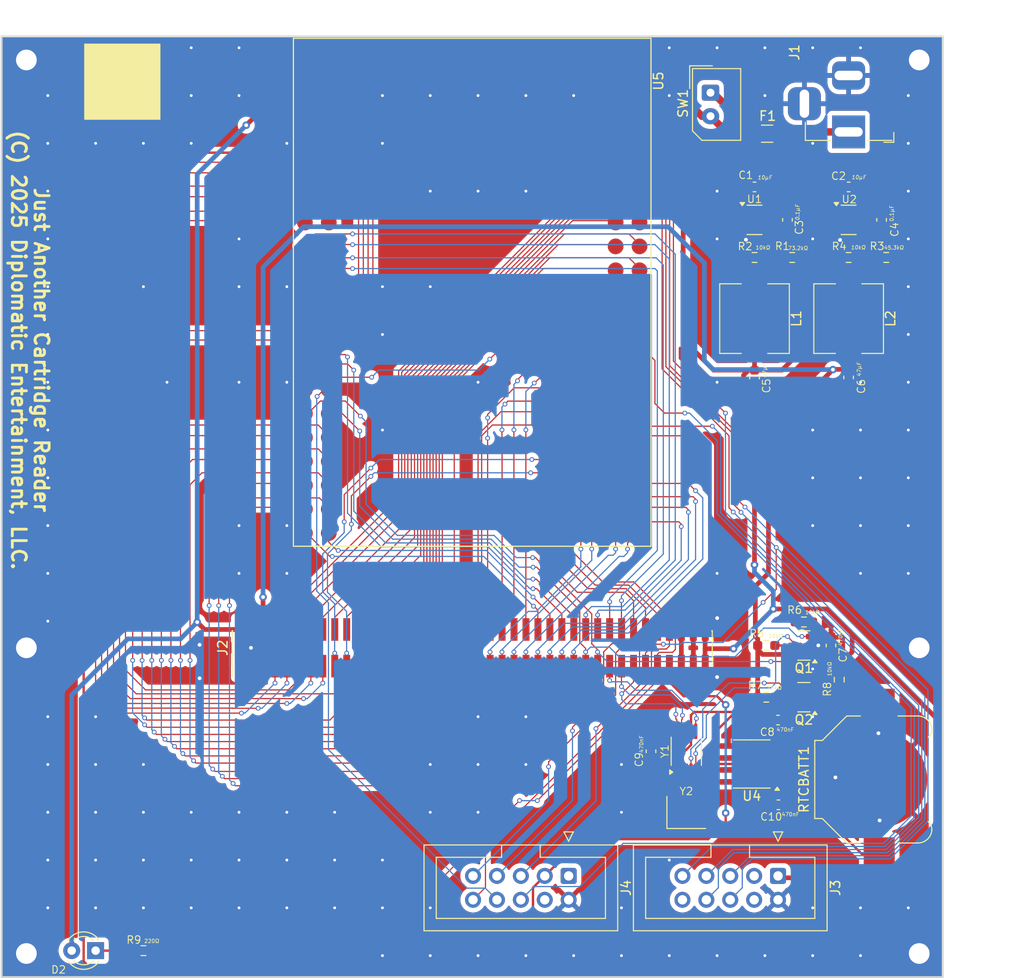
<source format=kicad_pcb>
(kicad_pcb (version 20241229) (generator "pcbnew") (generator_version "9.0")
  (title_block (title "Just Another Cartridge Reader") (company "Diplomatic Entertainment, LLC."))
  (layers (0 "F.Cu" signal) (2 "B.Cu" signal) (13 "F.Paste" user) (15 "B.Paste" user) (5 "F.SilkS" user "F.Silkscreen") (7 "B.SilkS" user "B.Silkscreen") (1 "F.Mask" user) (3 "B.Mask" user) (25 "Edge.Cuts" user))
  (net 0 "")
  (net 1 "GND")
  (net 2 "+5V")
  (net 3 "+3V3")
  (net 4 "RST")
  (net 5 "CLK0")
  (net 6 "CLK1")
  (net 7 "CLK2")
  (net 8 "A0")
  (net 9 "A1")
  (net 10 "A2")
  (net 11 "A3")
  (net 12 "A4")
  (net 13 "A5")
  (net 14 "A6")
  (net 15 "A7")
  (net 16 "A8")
  (net 17 "A9")
  (net 18 "A10")
  (net 19 "A12")
  (net 20 "A11")
  (net 21 "A13")
  (net 22 "A14")
  (net 23 "A15")
  (net 24 "D37")
  (net 25 "D36")
  (net 26 "D35")
  (net 27 "D34")
  (net 28 "D33")
  (net 29 "D32")
  (net 30 "D31")
  (net 31 "D30")
  (net 32 "D29")
  (net 33 "D28")
  (net 34 "D27")
  (net 35 "D26")
  (net 36 "D25")
  (net 37 "D24")
  (net 38 "D23")
  (net 39 "D22")
  (net 40 "D21")
  (net 41 "D20")
  (net 42 "D19")
  (net 43 "D18")
  (net 44 "D17")
  (net 45 "D16")
  (net 46 "D14")
  (net 47 "D13")
  (net 48 "D12")
  (net 49 "D11")
  (net 50 "D10")
  (net 51 "D9")
  (net 52 "D8")
  (net 53 "D7")
  (net 54 "D6")
  (net 55 "D5")
  (net 56 "D4")
  (net 57 "D3")
  (net 58 "D2")
  (net 59 "D1")
  (net 60 "D0")
  (net 61 "D38")
  (net 62 "D15")
  (net 63 "D39")
  (net 64 "D40")
  (net 65 "D41")
  (net 66 "D42")
  (net 67 "D43")
  (net 68 "D45")
  (net 69 "D46")
  (net 70 "D47")
  (net 71 "D48")
  (net 72 "D49")
  (net 73 "D50")
  (net 74 "D51")
  (net 75 "D52")
  (net 76 "D53")
  (net 77 "D44")
  (net 80 "VCC")
  (net 81 "Net-(U1-SW)")
  (net 82 "Net-(U1-VBST)")
  (net 83 "Net-(U2-SW)")
  (net 84 "Net-(U2-VBST)")
  (net 85 "Net-(F1-Pad1)")
  (net 89 "Net-(U1-VFB)")
  (net 90 "Net-(U2-VFB)")
  (net 94 "Net-(Y1-XB)")
  (net 95 "Net-(Y1-XA)")
  (net 96 "/VBAT")
  (net 97 "/SDA")
  (net 98 "/SCL")
  (net 102 "Net-(SW1-A)")
  (net 103 "Net-(D2-K)")
  (net 104 "unconnected-(U5-Pad5V_1)")
  (footprint "Resistor_SMD:R_0603_1608Metric_Pad0.98x0.95mm_HandSolder" (layer "F.Cu") (at 180 73.5 180)
    (property "Reference" "R2")
    (property "Value" "10kΩ")
  )
  (footprint "Connector_Molex:Molex_SPOX_5267-02A_1x02_P2.50mm_Vertical" (layer "F.Cu") (at 175.32 55.98 -90)
    (property "Reference" "SW1")
    (property "Value" "SW_SPST")
  )
  (footprint "Generic:mps_mag_4600_smt_a" (layer "F.Cu") (at 180 80 -90)
    (property "Reference" "L1")
    (property "Value" "4.7µH")
  )
  (footprint "MountingHole:MountingHole_2.2mm_M2_Pad" (layer "F.Cu") (at 102.625 52.5)
    (property "Reference" "M4" (hide yes))
    (property "Value" "MountingHole_2.2mm_M2_Pad" (hide yes))
  )
  (footprint "MountingHole:MountingHole_2.2mm_M2_Pad" (layer "F.Cu") (at 197.5 147.5)
    (property "Reference" "M2" (hide yes))
    (property "Value" "MountingHole_2.2mm_M2_Pad" (hide yes))
  )
  (footprint "Capacitor_SMD:C_0603_1608Metric_Pad1.08x0.95mm_HandSolder" (layer "F.Cu") (at 193.5 69.5 90)
    (property "Reference" "C4")
    (property "Value" "0.1µF")
  )
  (footprint "Fuse:Fuse_1206_3216Metric" (layer "F.Cu") (at 181.34 60.34 180)
    (property "Reference" "F1")
    (property "Value" "2.5A")
  )
  (footprint "Capacitor_SMD:C_0603_1608Metric_Pad1.08x0.95mm_HandSolder" (layer "F.Cu") (at 180 66 180)
    (property "Reference" "C1")
    (property "Value" "10µF")
  )
  (footprint "Resistor_SMD:R_0603_1608Metric_Pad0.98x0.95mm_HandSolder" (layer "F.Cu") (at 194 73.5 180)
    (property "Reference" "R3")
    (property "Value" "45.3kΩ")
  )
  (footprint "Crystal:Crystal_SMD_3225-4Pin_3.2x2.5mm" (layer "F.Cu") (at 172.75 132.5)
    (property "Reference" "Y2")
    (property "Value" "25Mhz")
  )
  (footprint "Package_SO:SOIC-8_3.9x4.9mm_P1.27mm" (layer "F.Cu") (at 179.71 127.35 180)
    (property "Reference" "U4")
    (property "Value" "DS3231MZ")
  )
  (footprint "MountingHole:MountingHole_2.2mm_M2_Pad" (layer "F.Cu") (at 102.625 147.5)
    (property "Reference" "M1" (hide yes))
    (property "Value" "MountingHole_2.2mm_M2_Pad" (hide yes))
  )
  (footprint "Battery:BatteryHolder_Keystone_3000_1x12mm" (layer "F.Cu") (at 193.25 129 90)
    (property "Reference" "RTCBATT1")
    (property "Value" "Battery_Cell CR1216")
  )
  (footprint "MountingHole:MountingHole_2.2mm_M2_Pad" (layer "F.Cu") (at 102.625 115)
    (property "Reference" "M4" (hide yes))
    (property "Value" "MountingHole_2.2mm_M2_Pad" (hide yes))
  )
  (footprint "Capacitor_SMD:C_0603_1608Metric_Pad1.08x0.95mm_HandSolder" (layer "F.Cu") (at 190 86.25 -90)
    (property "Reference" "C6")
    (property "Value" "47µF")
  )
  (footprint "Package_TO_SOT_SMD:SOT-23-6" (layer "F.Cu") (at 180 69.5)
    (property "Reference" "U1")
    (property "Value" "TPS563200")
  )
  (footprint "Resistor_SMD:R_0603_1608Metric_Pad0.98x0.95mm_HandSolder" (layer "F.Cu") (at 185.25 112.25 180)
    (property "Reference" "R6")
    (property "Value" "10kΩ")
  )
  (footprint "Resistor_SMD:R_0603_1608Metric_Pad0.98x0.95mm_HandSolder" (layer "F.Cu") (at 184 73.5 180)
    (property "Reference" "R1")
    (property "Value" "73.2kΩ")
  )
  (footprint "Capacitor_SMD:C_0603_1608Metric_Pad1.08x0.95mm_HandSolder" (layer "F.Cu") (at 182.54 131.69 180)
    (property "Reference" "C10")
    (property "Value" "470nF")
  )
  (footprint "Resistor_SMD:R_0603_1608Metric_Pad0.98x0.95mm_HandSolder" (layer "F.Cu") (at 181.25 114.75)
    (property "Reference" "R5")
    (property "Value" "10kΩ")
  )
  (footprint "Package_SO:MSOP-10_3x3mm_P0.5mm" (layer "F.Cu") (at 172.75 126 90)
    (property "Reference" "Y1")
    (property "Value" "Si5351A-B-GT")
  )
  (footprint "Package_TO_SOT_SMD:SOT-23" (layer "F.Cu") (at 185.25 120.25 180)
    (property "Reference" "Q2")
    (property "Value" "BSS138")
  )
  (footprint "LED_THT:LED_D3.0mm_Clear" (layer "F.Cu") (at 109.982 147.193 180)
    (property "Reference" "D2")
    (property "Value" "LED")
  )
  (footprint "Package_TO_SOT_SMD:SOT-23" (layer "F.Cu") (at 185.25 114.75 180)
    (property "Reference" "Q1")
    (property "Value" "BSS138")
  )
  (footprint "JLCPCB:2D Barcode 8mm" (layer "F.Cu") (at 112.82 54.81)
    (property "Reference" "BAR**" (hide yes))
    (property "Value" "2D Barcode 8mm")
  )
  (footprint "Resistor_SMD:R_0603_1608Metric_Pad0.98x0.95mm_HandSolder" (layer "F.Cu") (at 115.062 147.193)
    (property "Reference" "R9")
    (property "Value" "220Ω")
  )
  (footprint "Connector_BarrelJack:BarrelJack_Horizontal" (layer "F.Cu") (at 190 60.15 -90)
    (property "Reference" "J1")
    (property "Value" "Barrel_Jack_Switch")
  )
  (footprint "Resistor_SMD:R_0603_1608Metric_Pad0.98x0.95mm_HandSolder" (layer "F.Cu") (at 189 118.3875 90)
    (property "Reference" "R8")
    (property "Value" "10kΩ")
  )
  (footprint "Resistor_SMD:R_0603_1608Metric_Pad0.98x0.95mm_HandSolder" (layer "F.Cu") (at 190 73.5 180)
    (property "Reference" "R4")
    (property "Value" "10kΩ")
  )
  (footprint "Connector_IDC:IDC-Header_2x05_P2.54mm_Vertical" (layer "F.Cu") (at 160.25 139.25 -90)
    (property "Reference" "J4")
    (property "Value" "EXP2")
  )
  (footprint "MountingHole:MountingHole_2.2mm_M2_Pad" (layer "F.Cu") (at 197.5 52.5)
    (property "Reference" "M4" (hide yes))
    (property "Value" "MountingHole_2.2mm_M2_Pad" (hide yes))
  )
  (footprint "Capacitor_SMD:C_0603_1608Metric" (layer "F.Cu") (at 180 86.27 -90)
    (property "Reference" "C5")
    (property "Value" "47µF")
  )
  (footprint "Capacitor_SMD:C_0603_1608Metric_Pad1.08x0.95mm_HandSolder" (layer "F.Cu") (at 183.5 69.5 90)
    (property "Reference" "C3")
    (property "Value" "0.1µF")
  )
  (footprint "Capacitor_SMD:C_0603_1608Metric_Pad1.08x0.95mm_HandSolder" (layer "F.Cu") (at 188.125 114.75 90)
    (property "Reference" "C7")
    (property "Value" "470nF")
  )
  (footprint "Package_TO_SOT_SMD:SOT-23-6" (layer "F.Cu") (at 190 69.5)
    (property "Reference" "U2")
    (property "Value" "TPS563200")
  )
  (footprint "Capacitor_SMD:C_0603_1608Metric_Pad1.08x0.95mm_HandSolder" (layer "F.Cu") (at 169 126 90)
    (property "Reference" "C9")
    (property "Value" "470nF")
  )
  (footprint "DiplomaticEntertainment:MODULE_MEGA_PRO_EMBED_CH340G___ATMEGA2560_SMD" (layer "F.Cu") (at 150 77.2 -90)
    (property "Reference" "U5")
    (property "Value" "MEGA PRO EMBEDED 2560")
  )
  (footprint "Generic:mps_mag_4600_smt_a" (layer "F.Cu") (at 190 80 -90)
    (property "Reference" "L2")
    (property "Value" "3.3µH")
  )
  (footprint "Connector_PinHeader_1.27mm:PinHeader_2x40_P1.27mm_Vertical_SMD" (layer "F.Cu") (at 150 115 90)
    (property "Reference" "J2")
    (property "Value" "JACR CARTRIDGE SLOT")
  )
  (footprint "MountingHole:MountingHole_2.2mm_M2_Pad" (layer "F.Cu") (at 197.5 115)
    (property "Reference" "M3" (hide yes))
    (property "Value" "MountingHole_2.2mm_M2_Pad" (hide yes))
  )
  (footprint "Capacitor_SMD:C_0603_1608Metric_Pad1.08x0.95mm_HandSolder" (layer "F.Cu") (at 182.499 122.682)
    (property "Reference" "C8")
    (property "Value" "470nF")
  )
  (footprint "Capacitor_SMD:C_0603_1608Metric_Pad1.08x0.95mm_HandSolder" (layer "F.Cu") (at 190 66)
    (property "Reference" "C2")
    (property "Value" "10µF")
  )
  (footprint "Resistor_SMD:R_0603_1608Metric_Pad0.98x0.95mm_HandSolder" (layer "F.Cu") (at 181.25 120.25)
    (property "Reference" "R7")
    (property "Value" "10kΩ")
  )
  (footprint "Connector_IDC:IDC-Header_2x05_P2.54mm_Vertical" (layer "F.Cu") (at 182.5 139.25 -90)
    (property "Reference" "J3")
    (property "Value" "EXP1")
  )
  (gr_rect (start 100 50) (end 200 150) (stroke (width 0.2)) (fill no) (layer "Edge.Cuts"))
  (gr_text "Just Another Cartridge Reader\n(C) 2025 Diplomatic Entertainment, LLC." (at 100.93 83.35 270) (layer "F.SilkS") (effects (font (size 1.5 1.5) (thickness 0.3) (bold yes)) (justify bottom)))
  (segment (start 173.863 118.999) (end 175.514 118.999) (width 0.5) (layer "F.Cu") (net 1))
  (segment (start 126.505 114.990465) (end 126.492 115.003465) (width 0.5) (layer "F.Cu") (net 1))
  (segment (start 173.495 116.95) (end 173.495 113.05) (width 0.5) (layer "F.Cu") (net 1))
  (segment (start 187.269412 114.743088) (end 188.125 113.8875) (width 0.5) (layer "F.Cu") (net 1))
  (segment (start 169 125.1375) (end 172.5505 125.1375) (width 0.25) (layer "F.Cu") (net 1))
  (segment (start 176.022 118.491) (end 176.022 118.11) (width 0.5) (layer "F.Cu") (net 1))
  (segment (start 173.495 118.631) (end 173.863 118.999) (width 0.5) (layer "F.Cu") (net 1))
  (segment (start 176.03 111.84) (end 176.03 111.43) (width 0.5) (layer "F.Cu") (net 1))
  (segment (start 126.505 116.95) (end 126.505 115.016465) (width 0.5) (layer "F.Cu") (net 1))
  (segment (start 176.03 111.43) (end 175.59 110.99) (width 0.5) (layer "F.Cu") (net 1))
  (segment (start 175.59 110.99) (end 174.353 110.99) (width 0.5) (layer "F.Cu") (net 1))
  (segment (start 126.505 113.05) (end 126.505 114.990465) (width 0.5) (layer "F.Cu") (net 1))
  (segment (start 173.7355 114.171205) (end 173.737295 114.173) (width 0.127) (layer "F.Cu") (net 1))
  (segment (start 186.777277 114.743088) (end 187.269412 114.743088) (width 0.5) (layer "F.Cu") (net 1))
  (segment (start 172.5505 125.1375) (end 172.75 124.938) (width 0.25) (layer "F.Cu") (net 1))
  (segment (start 172.75 124.938) (end 172.75 123.8875) (width 0.25) (layer "F.Cu") (net 1))
  (segment (start 175.514 118.999) (end 176.022 118.491) (width 0.5) (layer "F.Cu") (net 1))
  (segment (start 179.0875 71.6125) (end 179.0875 73.5) (width 0.5) (layer "F.Cu") (net 1))
  (segment (start 173.495 116.95) (end 173.495 118.631) (width 0.5) (layer "F.Cu") (net 1))
  (segment (start 179.09 71.61) (end 179.0875 71.6125) (width 0.5) (layer "F.Cu") (net 1))
  (segment (start 173.495 111.848) (end 173.495 113.05) (width 0.5) (layer "F.Cu") (net 1))
  (segment (start 176.022 118.11) (end 176.022 118.072141) (width 0.5) (layer "F.Cu") (net 1))
  (segment (start 126.505 115.016465) (end 126.492 115.003465) (width 0.5) (layer "F.Cu") (net 1))
  (segment (start 189.0875 71.6375) (end 189.0875 73.5) (width 0.5) (layer "F.Cu") (net 1))
  (segment (start 174.353 110.99) (end 173.495 111.848) (width 0.5) (layer "F.Cu") (net 1))
  (via (at 140.462 142.645) (size 0.5) (drill 0.3) (layers "F.Cu" "B.Cu") (net 1))
  (via (at 150.622 86.765) (size 0.5) (drill 0.3) (layers "F.Cu" "B.Cu") (net 1))
  (via (at 120.142 137.565) (size 0.5) (drill 0.3) (layers "F.Cu" "B.Cu") (net 1))
  (via (at 120.142 132.485) (size 0.5) (drill 0.3) (layers "F.Cu" "B.Cu") (net 1))
  (via (at 145.542 127.405) (size 0.5) (drill 0.3) (layers "F.Cu" "B.Cu") (net 1))
  (via (at 165.862 127.405) (size 0.5) (drill 0.3) (layers "F.Cu" "B.Cu") (net 1))
  (via (at 188.595 128.778) (size 0.8) (drill 0.4) (layers "F.Cu" "B.Cu") (net 1))
  (via (at 196.342 107.085) (size 0.5) (drill 0.3) (layers "F.Cu" "B.Cu") (net 1))
  (via (at 186.182 102.005) (size 0.5) (drill 0.3) (layers "F.Cu" "B.Cu") (net 1))
  (via (at 120.142 142.645) (size 0.5) (drill 0.3) (layers "F.Cu" "B.Cu") (net 1))
  (via (at 186.182 51.205) (size 0.5) (drill 0.3) (layers "F.Cu" "B.Cu") (net 1))
  (via (at 176.022 147.725) (size 0.5) (drill 0.3) (layers "F.Cu" "B.Cu") (net 1))
  (via (at 104.902 61.365) (size 0.5) (drill 0.3) (layers "F.Cu" "B.Cu") (net 1))
  (via (at 193.294 133.35) (size 0.8) (drill 0.4) (layers "F.Cu" "B.Cu") (net 1))
  (via (at 196.342 66.445) (size 0.5) (drill 0.3) (layers "F.Cu" "B.Cu") (net 1))
  (via (at 140.462 76.605) (size 0.5) (drill 0.3) (layers "F.Cu" "B.Cu") (net 1))
  (via (at 125.222 142.645) (size 0.5) (drill 0.3) (layers "F.Cu" "B.Cu") (net 1))
  (via (at 150.622 132.485) (size 0.5) (drill 0.3) (layers "F.Cu" "B.Cu") (net 1))
  (via (at 104.902 107.085) (size 0.5) (drill 0.3) (layers "F.Cu" "B.Cu") (net 1))
  (via (at 186.182 147.725) (size 0.5) (drill 0.3) (layers "F.Cu" "B.Cu") (net 1))
  (via (at 176.022 66.445) (size 0.5) (drill 0.3) (layers "F.Cu" "B.Cu") (net 1))
  (via (at 130.302 61.365) (size 0.5) (drill 0.3) (layers "F.Cu" "B.Cu") (net 1))
  (via (at 145.542 66.445) (size 0.5) (drill 0.3) (layers "F.Cu" "B.Cu") (net 1))
  (via (at 145.542 142.645) (size 0.5) (drill 0.3) (layers "F.Cu" "B.Cu") (net 1))
  (via (at 193.167 124.079) (size 0.8) (drill 0.4) (layers "F.Cu" "B.Cu") (net 1))
  (via (at 135.382 132.485) (size 0.5) (drill 0.3) (layers "F.Cu" "B.Cu") (net 1))
  (via (at 121.031 114.681) (size 0.8) (drill 0.4) (layers "F.Cu" "B.Cu") (net 1))
  (via (at 186.182 117.245) (size 0.5) (drill 0.3) (layers "F.Cu" "B.Cu") (net 1))
  (via (at 155.702 147.725) (size 0.5) (drill 0.3) (layers "F.Cu" "B.Cu") (net 1))
  (via (at 120.142 56.285) (size 0.5) (drill 0.3) (layers "F.Cu" "B.Cu") (net 1))
  (via (at 170.942 137.565) (size 0.5) (drill 0.3) (layers "F.Cu" "B.Cu") (net 1))
  (via (at 196.342 71.525) (size 0.5) (drill 0.3) (layers "F.Cu" "B.Cu") (net 1))
  (via (at 186.182 96.925) (size 0.5) (drill 0.3) (layers "F.Cu" "B.Cu") (net 1))
  (via (at 115.062 127.405) (size 0.5) (drill 0.3) (layers "F.Cu" "B.Cu") (net 1))
  (via (at 109.982 137.565) (size 0.5) (drill 0.3) (layers "F.Cu" "B.Cu") (net 1))
  (via (at 135.382 137.565) (size 0.5) (drill 0.3) (layers "F.Cu" "B.Cu") (net 1))
  (via (at 125.222 76.605) (size 0.5) (drill 0.3) (layers "F.Cu" "B.Cu") (net 1))
  (via (at 125.222 102.005) (size 0.5) (drill 0.3) (layers "F.Cu" "B.Cu") (net 1))
  (via (at 125.222 86.765) (size 0.5) (drill 0.3) (layers "F.Cu" "B.Cu") (net 1))
  (via (at 165.862 132.485) (size 0.5) (drill 0.3) (layers "F.Cu" "B.Cu") (net 1))
  (via (at 150.622 122.325) (size 0.5) (drill 0.3) (layers "F.Cu" "B.Cu") (net 1))
  (via (at 181.102 147.725) (size 0.5) (drill 0.3) (layers "F.Cu" "B.Cu") (net 1))
  (via (at 145.542 76.605) (size 0.5) (drill 0.3) (layers "F.Cu" "B.Cu") (net 1))
  (via (at 170.942 56.285) (size 0.5) (drill 0.3) (layers "F.Cu" "B.Cu") (net 1))
  (via (at 104.902 91.845) (size 0.5) (drill 0.3) (layers "F.Cu" "B.Cu") (net 1))
  (via (at 140.462 137.565) (size 0.5) (drill 0.3) (layers "F.Cu" "B.Cu") (net 1))
  (via (at 140.462 61.365) (size 0.5) (drill 0.3) (layers "F.Cu" "B.Cu") (net 1))
  (via (at 115.062 137.565) (size 0.5) (drill 0.3) (layers "F.Cu" "B.Cu") (net 1))
  (via (at 109.982 132.485) (size 0.5) (drill 0.3) (layers "F.Cu" "B.Cu") (net 1))
  (via (at 170.942 147.725) (size 0.5) (drill 0.3) (layers "F.Cu" "B.Cu") (net 1))
  (via (at 191.262 147.725) (size 0.5) (drill 0.3) (layers "F.Cu" "B.Cu") (net 1))
  (via (at 196.342 102.005) (size 0.5) (drill 0.3) (layers "F.Cu" "B.Cu") (net 1))
  (via (at 145.542 56.285) (size 0.5) (drill 0.3) (layers "F.Cu" "B.Cu") (net 1))
  (via (at 120.142 51.205) (size 0.5) (drill 0.3) (layers "F.Cu" "B.Cu") (net 1))
  (via (at 196.342 96.925) (size 0.5) (drill 0.3) (layers "F.Cu" "B.Cu") (net 1))
  (via (at 125.222 56.285) (size 0.5) (drill 0.3) (layers "F.Cu" "B.Cu") (net 1))
  (via (at 150.622 66.445) (size 0.5) (drill 0.3) (layers "F.Cu" "B.Cu") (net 1))
  (via (at 104.902 71.525) (size 0.5) (drill 0.3) (layers "F.Cu" "B.Cu") (net 1))
  (via (at 145.542 147.725) (size 0.5) (drill 0.3) (layers "F.Cu" "B.Cu") (net 1))
  (via (at 196.342 142.645) (size 0.5) (drill 0.3) (layers "F.Cu" "B.Cu") (net 1))
  (via (at 104.902 66.445) (size 0.5) (drill 0.3) (layers "F.Cu" "B.Cu") (net 1))
  (via (at 104.902 122.325) (size 0.5) (drill 0.3) (layers "F.Cu" "B.Cu") (net 1))
  (via (at 155.702 56.285) (size 0.5) (drill 0.3) (layers "F.Cu" "B.Cu") (net 1))
  (via (at 186.182 142.645) (size 0.5) (drill 0.3) (layers "F.Cu" "B.Cu") (net 1))
  (via (at 125.222 51.205) (size 0.5) (drill 0.3) (layers "F.Cu" "B.Cu") (net 1))
  (via (at 140.462 81.685) (size 0.5) (drill 0.3) (layers "F.Cu" "B.Cu") (net 1))
  (via (at 140.462 91.845) (size 0.5) (drill 0.3) (layers "F.Cu" "B.Cu") (net 1))
  (via (at 150.622 56.285) (size 0.5) (drill 0.3) (layers "F.Cu" "B.Cu") (net 1))
  (via (at 160.782 56.285) (size 0.5) (drill 0.3) (layers "F.Cu" "B.Cu") (net 1))
  (via (at 176.03 111.84) (size 0.8) (drill 0.4) (layers "F.Cu" "B.Cu") (net 1))
  (via (at 155.702 66.445) (size 0.5) (drill 0.3) (layers "F.Cu" "B.Cu") (net 1))
  (via (at 196.342 91.845) (size 0.5) (drill 0.3) (layers "F.Cu" "B.Cu") (net 1))
  (via (at 104.902 132.485) (size 0.5) (drill 0.3) (layers "F.Cu" "B.Cu") (net 1))
  (via (at 165.862 142.645) (size 0.5) (drill 0.3) (layers "F.Cu" "B.Cu") (net 1))
  (via (at 104.902 142.645) (size 0.5) (drill 0.3) (layers "F.Cu" "B.Cu") (net 1))
  (via (at 191.262 86.765) (size 0.5) (drill 0.3) (layers "F.Cu" "B.Cu") (net 1))
  (via (at 109.982 122.325) (size 0.5) (drill 0.3) (layers "F.Cu" "B.Cu") (net 1))
  (via (at 196.342 61.365) (size 0.5) (drill 0.3) (layers "F.Cu" "B.Cu") (net 1))
  (via (at 130.302 137.565) (size 0.5) (drill 0.3) (layers "F.Cu" "B.Cu") (net 1))
  (via (at 196.342 81.685) (size 0.5) (drill 0.3) (layers "F.Cu" "B.Cu") (net 1))
  (via (at 135.382 142.645) (size 0.5) (drill 0.3) (layers "F.Cu" "B.Cu") (net 1))
  (via (at 104.902 76.605) (size 0.5) (drill 0.3) (layers "F.Cu" "B.Cu") (net 1))
  (via (at 176.022 71.525) (size 0.5) (drill 0.3) (layers "F.Cu" "B.Cu") (net 1))
  (via (at 191.262 96.925) (size 0.5) (drill 0.3) (layers "F.Cu" "B.Cu") (net 1))
  (via (at 130.302 142.645) (size 0.5) (drill 0.3) (layers "F.Cu" "B.Cu") (net 1))
  (via (at 130.302 86.765) (size 0.5) (drill 0.3) (layers "F.Cu" "B.Cu") (net 1))
  (via (at 115.062 132.485) (size 0.5) (drill 0.3) (layers "F.Cu" "B.Cu") (net 1))
  (via (at 140.462 56.285) (size 0.5) (drill 0.3) (layers "F.Cu" "B.Cu") (net 1))
  (via (at 117.57 86.765) (size 0.5) (drill 0.3) (layers "F.Cu" "B.Cu") (net 1))
  (via (at 145.542 132.485) (size 0.5) (drill 0.3) (layers "F.Cu" "B.Cu") (net 1))
  (via (at 150.622 127.405) (size 0.5) (drill 0.3) (layers "F.Cu" "B.Cu") (net 1))
  (via (at 176.022 118.11) (size 0.8) (drill 0.4) (layers "F.Cu" "B.Cu") (net 1))
  (via (at 125.222 132.485) (size 0.5) (drill 0.3) (layers "F.Cu" "B.Cu") (net 1))
  (via (at 165.862 147.725) (size 0.5) (drill 0.3) (layers "F.Cu" "B.Cu") (net 1))
  (via (at 196.342 76.605) (size 0.5) (drill 0.3) (layers "F.Cu" "B.Cu") (net 1))
  (via (at 186.777277 114.743088) (size 0.8) (drill 0.4) (layers "F.Cu" "B.Cu") (net 1))
  (via (at 196.342 86.765) (size 0.5) (drill 0.3) (layers "F.Cu" "B.Cu") (net 1))
  (via (at 150.622 147.725) (size 0.5) (drill 0.3) (layers "F.Cu" "B.Cu") (net 1))
  (via (at 191.262 107.085) (size 0.5) (drill 0.3) (layers "F.Cu" "B.Cu") (net 1))
  (via (at 109.982 142.645) (size 0.5) (drill 0.3) (layers "F.Cu" "B.Cu") (net 1))
  (via (at 140.462 147.725) (size 0.5) (drill 0.3) (layers "F.Cu" "B.Cu") (net 1))
  (via (at 196.342 56.285) (size 0.5) (drill 0.3) (layers "F.Cu" "B.Cu") (net 1))
  (via (at 191.262 91.845) (size 0.5) (drill 0.3) (layers "F.Cu" "B.Cu") (net 1))
  (via (at 109.982 61.365) (size 0.5) (drill 0.3) (layers "F.Cu" "B.Cu") (net 1))
  (via (at 186.182 61.365) (size 0.5) (drill 0.3) (layers "F.Cu" "B.Cu") (net 1))
  (via (at 191.262 102.005) (size 0.5) (drill 0.3) (layers "F.Cu" "B.Cu") (net 1))
  (via (at 191.262 51.205) (size 0.5) (drill 0.3) (layers "F.Cu" "B.Cu") (net 1))
  (via (at 125.222 71.525) (size 0.5) (drill 0.3) (layers "F.Cu" "B.Cu") (net 1))
  (via (at 115.062 76.605) (size 0.5) (drill 0.3) (layers "F.Cu" "B.Cu") (net 1))
  (via (at 189.0875 71.6375) (size 0.8) (drill 0.4) (layers "F.Cu" "B.Cu") (net 1))
  (via (at 104.902 137.565) (size 0.5) (drill 0.3) (layers "F.Cu" "B.Cu") (net 1))
  (via (at 115.062 142.645) (size 0.5) (drill 0.3) (layers "F.Cu" "B.Cu") (net 1))
  (via (at 181.102 51.205) (size 0.5) (drill 0.3) (layers "F.Cu" "B.Cu") (net 1))
  (via (at 104.902 102.005) (size 0.5) (drill 0.3) (layers "F.Cu" "B.Cu") (net 1))
  (via (at 179.09 71.61) (size 0.8) (drill 0.4) (layers "F.Cu" "B.Cu") (net 1))
  (via (at 125.222 107.085) (size 0.5) (drill 0.3) (layers "F.Cu" "B.Cu") (net 1))
  (via (at 125.222 137.565) (size 0.5) (drill 0.3) (layers "F.Cu" "B.Cu") (net 1))
  (via (at 104.902 96.925) (size 0.5) (drill 0.3) (layers "F.Cu" "B.Cu") (net 1))
  (via (at 130.302 76.605) (size 0.5) (drill 0.3) (layers "F.Cu" "B.Cu") (net 1))
  (via (at 104.902 81.685) (size 0.5) (drill 0.3) (layers "F.Cu" "B.Cu") (net 1))
  (via (at 120.142 61.365) (size 0.5) (drill 0.3) (layers "F.Cu" "B.Cu") (net 1))
  (via (at 130.302 107.085) (size 0.5) (drill 0.3) (layers "F.Cu" "B.Cu") (net 1))
  (via (at 104.902 112.165) (size 0.5) (drill 0.3) (layers "F.Cu" "B.Cu") (net 1))
  (via (at 191.262 142.645) (size 0.5) (drill 0.3) (layers "F.Cu" "B.Cu") (net 1))
  (via (at 115.062 61.365) (size 0.5) (drill 0.3) (layers "F.Cu" "B.Cu") (net 1))
  (via (at 181.102 56.285) (size 0.5) (drill 0.3) (layers "F.Cu" "B.Cu") (net 1))
  (via (at 130.302 132.485) (size 0.5) (drill 0.3) (layers "F.Cu" "B.Cu") (net 1))
  (via (at 170.942 51.205) (size 0.5) (drill 0.3) (layers "F.Cu" "B.Cu") (net 1))
  (via (at 160.782 147.725) (size 0.5) (drill 0.3) (layers "F.Cu" "B.Cu") (net 1))
  (via (at 121.031 118.237) (size 0.8) (drill 0.4) (layers "F.Cu" "B.Cu") (net 1))
  (via (at 155.702 127.405) (size 0.5) (drill 0.3) (layers "F.Cu" "B.Cu") (net 1))
  (via (at 109.982 127.405) (size 0.5) (drill 0.3) (layers "F.Cu" "B.Cu") (net 1))
  (via (at 130.302 102.005) (size 0.5) (drill 0.3) (layers "F.Cu" "B.Cu") (net 1))
  (via (at 176.022 51.205) (size 0.5) (drill 0.3) (layers "F.Cu" "B.Cu") (net 1))
  (via (at 104.902 127.405) (size 0.5) (drill 0.3) (layers "F.Cu" "B.Cu") (net 1))
  (via (at 104.902 56.285) (size 0.5) (drill 0.3) (layers "F.Cu" "B.Cu") (net 1))
  (via (at 186.182 91.845) (size 0.5) (drill 0.3) (layers "F.Cu" "B.Cu") (net 1))
  (via (at 176.022 86.765) (size 0.5) (drill 0.3) (layers "F.Cu" "B.Cu") (net 1))
  (via (at 126.492 115.003465) (size 0.8) (drill 0.4) (layers "F.Cu" "B.Cu") (net 1))
  (via (at 176.022 107.085) (size 0.5) (drill 0.3) (layers "F.Cu" "B.Cu") (net 1))
  (via (at 186.182 71.525) (size 0.5) (drill 0.3) (layers "F.Cu" "B.Cu") (net 1))
  (via (at 186.182 122.325) (size 0.5) (drill 0.3) (layers "F.Cu" "B.Cu") (net 1))
  (via (at 104.902 86.765) (size 0.5) (drill 0.3) (layers "F.Cu" "B.Cu") (net 1))
  (via (at 155.702 122.325) (size 0.5) (drill 0.3) (layers "F.Cu" "B.Cu") (net 1))
  (segment (start 189 116.816) (end 189 117.475) (width 0.5) (layer "F.Cu") (net 2))
  (segment (start 178.84 86.01) (end 179.375 85.475) (width 0.5) (layer "F.Cu") (net 2))
  (segment (start 121.559 113.05) (end 125.235 113.05) (width 0.5) (layer "F.Cu") (net 2))
  (segment (start 127.07 58.35) (end 125.984 59.436) (width 0.5) (layer "F.Cu") (net 2))
  (segment (start 131.4542 58.35) (end 127.07 58.35) (width 0.5) (layer "F.Cu") (net 2))
  (segment (start 187.706 110.871) (end 190.373 113.538) (width 0.5) (layer "F.Cu") (net 2))
  (segment (start 174.75 113.065) (end 174.765 113.05) (width 0.5) (layer "F.Cu") (net 2))
  (segment (start 175.665 85.475) (end 180 85.475) (width 0.5) (layer "F.Cu") (net 2))
  (segment (start 181.991 110.871) (end 183.007 110.871) (width 0.5) (layer "F.Cu") (net 2))
  (segment (start 184.3375 112.2015) (end 183.007 110.871) (width 0.5) (layer "F.Cu") (net 2))
  (segment (start 178.84 88.31) (end 178.84 86.01) (width 0.5) (layer "F.Cu") (net 2))
  (segment (start 179.99715 106.172) (end 179.99715 89.46715) (width 0.5) (layer "F.Cu") (net 2))
  (segment (start 180 85.475) (end 180 83.2) (width 0.5) (layer "F.Cu") (net 2))
  (segment (start 135.94 58.35) (end 135.9342 58.3558) (width 0.45) (layer "F.Cu") (net 2))
  (segment (start 177.7715 115.0905) (end 174.75 115.0905) (width 0.5) (layer "F.Cu") (net 2))
  (segment (start 172.42 82.23) (end 175.665 85.475) (width 0.5) (layer "F.Cu") (net 2))
  (segment (start 131.46 58.3558) (end 131.4542 58.35) (width 0.5) (layer "F.Cu") (net 2))
  (segment (start 183.007 110.871) (end 187.706 110.871) (width 0.5) (layer "F.Cu") (net 2))
  (segment (start 174.75 115.0905) (end 174.75 116.935) (width 0.5) (layer "F.Cu") (net 2))
  (segment (start 190.373 115.443) (end 189 116.816) (width 0.5) (layer "F.Cu") (net 2))
  (segment (start 184.9125 83.4775) (end 184.9125 73.5) (width 0.5) (layer "F.Cu") (net 2))
  (segment (start 199.263 135.787) (end 195.6 139.45) (width 0.5) (layer "F.Cu") (net 2))
  (segment (start 125.235 113.05) (end 125.235 116.95) (width 0.5) (layer "F.Cu") (net 2))
  (segment (start 190.373 113.538) (end 190.373 115.316) (width 0.5) (layer "F.Cu") (net 2))
  (segment (start 182.915 85.475) (end 184.9125 83.4775) (width 0.5) (layer "F.Cu") (net 2))
  (segment (start 190.373 113.538) (end 199.263 122.428) (width 0.5) (layer "F.Cu") (net 2))
  (segment (start 179.99715 89.46715) (end 178.84 88.31) (width 0.5) (layer "F.Cu") (net 2))
  (segment (start 120.777 112.268) (end 121.559 113.05) (width 0.5) (layer "F.Cu") (net 2))
  (segment (start 167.31 58.35) (end 172.42 63.46) (width 0.49) (layer "F.Cu") (net 2))
  (segment (start 172.42 63.46) (end 172.42 82.23) (width 0.5) (layer "F.Cu") (net 2))
  (segment (start 199.263 122.428) (end 199.263 135.787) (width 0.5) (layer "F.Cu") (net 2))
  (segment (start 180 85.475) (end 182.915 85.475) (width 0.5) (layer "F.Cu") (net 2))
  (segment (start 182.7 139.45) (end 182.5 139.25) (width 0.5) (layer "F.Cu") (net 2))
  (segment (start 190.373 115.316) (end 190.373 115.443) (width 0.5) (layer "F.Cu") (net 2))
  (segment (start 174.75 116.935) (end 174.765 116.95) (width 0.5) (layer "F.Cu") (net 2))
  (segment (start 131.467153 58.348647) (end 131.46 58.3558) (width 0.46) (layer "F.Cu") (net 2))
  (segment (start 135.927047 58.348647) (end 131.467153 58.348647) (width 0.46) (layer "F.Cu") (net 2))
  (segment (start 135.9342 58.3558) (end 135.927047 58.348647) (width 0.46) (layer "F.Cu") (net 2))
  (segment (start 184.3375 112.25) (end 184.3375 112.2015) (width 0.5) (layer "F.Cu") (net 2))
  (segment (start 174.75 115.0905) (end 174.75 113.065) (width 0.5) (layer "F.Cu") (net 2))
  (segment (start 135.94 58.35) (end 167.31 58.35) (width 0.5) (layer "F.Cu") (net 2))
  (segment (start 195.6 139.45) (end 182.7 139.45) (width 0.5) (layer "F.Cu") (net 2))
  (via (at 125.984 59.436) (size 0.8) (drill 0.4) (layers "F.Cu" "B.Cu") (net 2))
  (via (at 120.777 112.268) (size 0.8) (drill 0.4) (layers "F.Cu" "B.Cu") (net 2))
  (via (at 181.991 110.871) (size 0.8) (drill 0.4) (layers "F.Cu" "B.Cu") (net 2))
  (via (at 179.99715 106.172) (size 0.8) (drill 0.4) (layers "F.Cu" "B.Cu") (net 2))
  (via (at 177.7715 115.0905) (size 0.8) (drill 0.4) (layers "F.Cu" "B.Cu") (net 2))
  (segment (start 125.984 59.436) (end 120.777 64.643) (width 0.5) (layer "B.Cu") (net 2))
  (segment (start 120.777 64.643) (end 120.777 112.268) (width 0.5) (layer "B.Cu") (net 2))
  (segment (start 177.7715 115.0905) (end 181.991 110.871) (width 0.5) (layer "B.Cu") (net 2))
  (segment (start 107.447 147.193) (end 107.447 120.01) (width 0.5) (layer "B.Cu") (net 2))
  (segment (start 181.991 108.966) (end 179.99715 106.97215) (width 0.5) (layer "B.Cu") (net 2))
  (segment (start 181.991 110.871) (end 181.991 108.966) (width 0.5) (layer "B.Cu") (net 2))
  (segment (start 107.447 120.01) (end 113.411 114.046) (width 0.5) (layer "B.Cu") (net 2))
  (segment (start 179.99715 106.97215) (end 179.99715 106.172) (width 0.5) (layer "B.Cu") (net 2))
  (segment (start 118.999 114.046) (end 120.777 112.268) (width 0.5) (layer "B.Cu") (net 2))
  (segment (start 113.411 114.046) (end 118.999 114.046) (width 0.5) (layer "B.Cu") (net 2))
  (segment (start 171.749 126.828) (end 169.0345 126.828) (width 0.25) (layer "F.Cu") (net 3))
  (segment (start 190 85.396) (end 188.354 85.396) (width 0.5) (layer "F.Cu") (net 3))
  (segment (start 180.3375 114.75) (end 180.3375 115.1865) (width 0.5) (layer "F.Cu") (net 3))
  (segment (start 179.551 121.82) (end 173.582 121.82) (width 0.25) (layer "F.Cu") (net 3))
  (segment (start 180.3375 121.0335) (end 179.551 121.82) (width 0.25) (layer "F.Cu") (net 3))
  (segment (start 169.0345 126.828) (end 169 126.8625) (width 0.25) (layer "F.Cu") (net 3))
  (segment (start 181.483 107.061) (end 180.086 108.458) (width 0.5) (layer "F.Cu") (net 3))
  (segment (start 173.25 125.327) (end 171.749 126.828) (width 0.25) (layer "F.Cu") (net 3))
  (segment (start 175.83 123.95) (end 175.83 126.962322) (width 0.25) (layer "F.Cu") (net 3))
  (segment (start 186.1875 115.7) (end 188.0375 115.7) (width 0.5) (layer "F.Cu") (net 3))
  (segment (start 190 83.2) (end 190 85.396) (width 0.5) (layer "F.Cu") (net 3))
  (segment (start 180.34 114.676) (end 180.3375 114.6785) (width 0.5) (layer "F.Cu") (net 3))
  (segment (start 180.3375 115.1865) (end 180.851 115.7) (width 0.5) (layer "F.Cu") (net 3))
  (segment (start 180.086 108.458) (end 175.641 108.458) (width 0.5) (layer "F.Cu") (net 3))
  (segment (start 171.749 126.828) (end 171.749 127.844) (width 0.25) (layer "F.Cu") (net 3))
  (segment (start 176.214633 127.346955) (end 178.266955 127.346955) (width 0.25) (layer "F.Cu") (net 3))
  (segment (start 180.763 121.2) (end 181.6365 122.0735) (width 0.5) (layer "F.Cu") (net 3))
  (segment (start 183.735 127.985) (end 183.95 128.2) (width 0.25) (layer "F.Cu") (net 3))
  (segment (start 171.749 127.844) (end 171.75 127.845) (width 0.25) (layer "F.Cu") (net 3))
  (segment (start 180.34 114.046) (end 180.34 114.676) (width 0.5) (layer "F.Cu") (net 3))
  (segment (start 180.3375 120.7745) (end 180.763 121.2) (width 0.5) (layer "F.Cu") (net 3))
  (segment (start 178.905 127.985) (end 182.185 127.985) (width 0.25) (layer "F.Cu") (net 3))
  (segment (start 173.582 121.82) (end 173.25 122.152) (width 0.25) (layer "F.Cu") (net 3))
  (segment (start 177.96 121.82) (end 175.83 123.95) (width 0.25) (layer "F.Cu") (net 3))
  (segment (start 194.9125 84.1175) (end 194.9125 73.5) (width 0.5) (layer "F.Cu") (net 3))
  (segment (start 127.775 113.05) (end 127.775 116.95) (width 0.5) (layer "F.Cu") (net 3))
  (segment (start 180.763 121.2) (end 186.1875 121.2) (width 0.5) (layer "F.Cu") (net 3))
  (segment (start 180.086 108.458) (end 180.086 113.792) (width 0.5) (layer "F.Cu") (net 3))
  (segment (start 180.3375 120.25) (end 180.3375 120.7745) (width 0.5) (layer "F.Cu") (net 3))
  (segment (start 180.3375 120.7745) (end 180.3375 121.0335) (width 0.25) (layer "F.Cu") (net 3))
  (segment (start 180.3375 114.6785) (end 180.3375 114.75) (width 0.5) (layer "F.Cu") (net 3))
  (segment (start 180.086 113.792) (end 180.34 114.046) (width 0.5) (layer "F.Cu") (net 3))
  (segment (start 172.225 113.05) (end 172.225 116.95) (width 0.5) (layer "F.Cu") (net 3))
  (segment (start 175.83 126.962322) (end 176.214633 127.346955) (width 0.25) (layer "F.Cu") (net 3))
  (segment (start 183.95 131.1425) (end 183.4025 131.69) (width 0.25) (layer "F.Cu") (net 3))
  (segment (start 188.354 85.396) (end 188.33 85.42) (width 0.5) (layer "F.Cu") (net 3))
  (segment (start 127.775 109.601) (end 127.775 113.05) (width 0.5) (layer "F.Cu") (net 3))
  (segment (start 180.851 115.7) (end 186.1875 115.7) (width 0.5) (layer "F.Cu") (net 3))
  (segment (start 172.225 111.874) (end 172.225 113.05) (width 0.5) (layer "F.Cu") (net 3))
  (segment (start 183.95 128.2) (end 183.95 131.1425) (width 0.25) (layer "F.Cu") (net 3))
  (segment (start 188.33 85.42) (end 181.483 92.267) (width 0.5) (layer "F.Cu") (net 3))
  (segment (start 173.25 122.152) (end 173.25 123.8875) (width 0.25) (layer "F.Cu") (net 3))
  (segment (start 190 85.396) (end 193.634 85.396) (width 0.5) (layer "F.Cu") (net 3))
  (segment (start 182.185 127.985) (end 183.735 127.985) (width 0.25) (layer "F.Cu") (net 3))
  (segment (start 178.266955 127.346955) (end 178.905 127.985) (width 0.25) (layer "F.Cu") (net 3))
  (segment (start 173.25 123.8875) (end 173.25 125.327) (width 0.25) (layer "F.Cu") (net 3))
  (segment (start 181.6365 122.0735) (end 181.6365 122.682) (width 0.5) (layer "F.Cu") (net 3))
  (segment (start 175.641 108.458) (end 172.225 111.874) (width 0.5) (layer "F.Cu") (net 3))
  (segment (start 171.75 127.845) (end 171.75 128.1125) (width 0.25) (layer "F.Cu") (net 3))
  (segment (start 193.634 85.396) (end 194.9125 84.1175) (width 0.5) (layer "F.Cu") (net 3))
  (segment (start 181.483 92.267) (end 181.483 107.061) (width 0.5) (layer "F.Cu") (net 3))
  (segment (start 180.3375 114.75) (end 180.3375 120.25) (width 0.5) (layer "F.Cu") (net 3))
  (segment (start 188.0375 115.7) (end 188.125 115.6125) (width 0.5) (layer "F.Cu") (net 3))
  (segment (start 177.98 121.82) (end 177.96 121.82) (width 0.25) (layer "F.Cu") (net 3))
  (via (at 188.33 85.42) (size 0.8) (drill 0.4) (layers "F.Cu" "B.Cu") (net 3))
  (via (at 127.775 109.601) (size 0.8) (drill 0.4) (layers "F.Cu" "B.Cu") (net 3))
  (segment (start 174.67 84.47) (end 174.67 74.09) (width 0.5) (layer "B.Cu") (net 3))
  (segment (start 175.62 85.42) (end 174.67 84.47) (width 0.5) (layer "B.Cu") (net 3))
  (segment (start 188.33 85.42) (end 175.62 85.42) (width 0.5) (layer "B.Cu") (net 3))
  (segment (start 127.775 74.536) (end 127.775 109.601) (width 0.5) (layer "B.Cu") (net 3))
  (segment (start 174.67 74.09) (end 170.811 70.231) (width 0.5) (layer "B.Cu") (net 3))
  (segment (start 170.811 70.231) (end 132.08 70.231) (width 0.5) (layer "B.Cu") (net 3))
  (segment (start 132.08 70.231) (end 127.775 74.536) (width 0.5) (layer "B.Cu") (net 3))
  (segment (start 172.466 120.142) (end 170.955 118.631) (width 0.25) (layer "F.Cu") (net 4))
  (segment (start 108.712 148.336) (end 109.347 148.971) (width 0.25) (layer "F.Cu") (net 4))
  (segment (start 108.712 69.928) (end 108.712 148.336) (width 0.25) (layer "F.Cu") (net 4))
  (segment (start 176.022 120.142) (end 172.466 120.142) (width 0.25) (layer "F.Cu") (net 4))
  (segment (start 116.283 62.357) (end 108.712 69.928) (width 0.25) (layer "F.Cu") (net 4))
  (segment (start 152.449 148.971) (end 156.46 144.96) (width 0.25) (layer "F.Cu") (net 4))
  (segment (start 156.46 144.96) (end 156.46 140.5) (width 0.25) (layer "F.Cu") (net 4))
  (segment (start 157.71 139.25) (end 161.62 135.34) (width 0.25) (layer "F.Cu") (net 4))
  (segment (start 161.62 135.34) (end 175.09 135.34) (width 0.25) (layer "F.Cu") (net 4))
  (segment (start 176.935666 121.055666) (end 176.022 120.142) (width 0.25) (layer "F.Cu") (net 4))
  (segment (start 170.955 118.631) (end 170.955 116.95) (width 0.25) (layer "F.Cu") (net 4))
  (segment (start 156.46 140.5) (end 157.71 139.25) (width 0.25) (layer "F.Cu") (net 4))
  (segment (start 132.22 61.96) (end 131.823 62.357) (width 0.25) (layer "F.Cu") (net 4))
  (segment (start 131.823 62.357) (end 116.283 62.357) (width 0.25) (layer "F.Cu") (net 4))
  (segment (start 109.347 148.971) (end 152.449 148.971) (width 0.25) (layer "F.Cu") (net 4))
  (segment (start 175.09 135.34) (end 176.935666 133.494334) (width 0.25) (layer "F.Cu") (net 4))
  (segment (start 176.935666 133.494334) (end 176.935666 132.563334) (width 0.25) (layer "F.Cu") (net 4))
  (via (at 176.935666 132.563334) (size 0.8) (drill 0.4) (layers "F.Cu" "B.Cu") (net 4))
  (via (at 176.935666 121.055666) (size 0.8) (drill 0.4) (layers "F.Cu" "B.Cu") (net 4))
  (segment (start 176.935666 132.563334) (end 176.935666 121.055666) (width 0.25) (layer "B.Cu") (net 4))
  (segment (start 171.638997 122.555) (end 171.75 122.666003) (width 0.127) (layer "F.Cu") (net 5))
  (segment (start 165.89115 119.87885) (end 167.145 118.625) (width 0.127) (layer "F.Cu") (net 5))
  (segment (start 167.145 118.625) (end 167.145 116.95) (width 0.127) (layer "F.Cu") (net 5))
  (segment (start 171.75 122.666003) (end 171.75 123.8875) (width 0.127) (layer "F.Cu") (net 5))
  (segment (start 171.638997 122.06) (end 171.638997 122.555) (width 0.127) (layer "F.Cu") (net 5))
  (via (at 171.638997 122.06) (size 0.5) (drill 0.3) (layers "F.Cu" "B.Cu") (net 5))
  (via (at 165.89115 119.87885) (size 0.5) (drill 0.3) (layers "F.Cu" "B.Cu") (net 5))
  (segment (start 171.638997 121.219997) (end 171.638997 122.06) (width 0.127) (layer "B.Cu") (net 5))
  (segment (start 166.34 120.95) (end 171.369 120.95) (width 0.127) (layer "B.Cu") (net 5))
  (segment (start 165.89115 120.50115) (end 166.34 120.95) (width 0.127) (layer "B.Cu") (net 5))
  (segment (start 165.89115 119.87885) (end 165.89115 120.50115) (width 0.127) (layer "B.Cu") (net 5))
  (segment (start 171.369 120.95) (end 171.638997 121.219997) (width 0.127) (layer "B.Cu") (net 5))
  (segment (start 165.862 116.963) (end 165.875 116.95) (width 0.127) (layer "F.Cu") (net 6))
  (segment (start 172.25 122.644) (end 172.25 123.8875) (width 0.127) (layer "F.Cu") (net 6))
  (segment (start 172.339 122.555) (end 172.25 122.644) (width 0.127) (layer "F.Cu") (net 6))
  (segment (start 165.862 119.1235) (end 165.862 116.963) (width 0.127) (layer "F.Cu") (net 6))
  (segment (start 172.339 122.18) (end 172.339 122.555) (width 0.127) (layer "F.Cu") (net 6))
  (via (at 165.862 119.1235) (size 0.5) (drill 0.3) (layers "F.Cu" "B.Cu") (net 6))
  (via (at 172.339 122.18) (size 0.5) (drill 0.3) (layers "F.Cu" "B.Cu") (net 6))
  (segment (start 166.7535 120.015) (end 171.069 120.015) (width 0.127) (layer "B.Cu") (net 6))
  (segment (start 165.862 119.1235) (end 166.7535 120.015) (width 0.127) (layer "B.Cu") (net 6))
  (segment (start 172.339 121.285) (end 172.339 122.18) (width 0.127) (layer "B.Cu") (net 6))
  (segment (start 171.069 120.015) (end 172.339 121.285) (width 0.127) (layer "B.Cu") (net 6))
  (segment (start 164.605 118.47) (end 164.605 116.95) (width 0.127) (layer "F.Cu") (net 7))
  (segment (start 173.75 122.592087) (end 173.75 123.8875) (width 0.127) (layer "F.Cu") (net 7))
  (segment (start 173.825 122.517087) (end 173.75 122.592087) (width 0.127) (layer "F.Cu") (net 7))
  (via (at 173.825 122.517087) (size 0.5) (drill 0.3) (layers "F.Cu" "B.Cu") (net 7))
  (via (at 164.605 118.47) (size 0.5) (drill 0.3) (layers "F.Cu" "B.Cu") (net 7))
  (segment (start 164.745 118.61) (end 166.48 118.61) (width 0.127) (layer "B.Cu") (net 7))
  (segment (start 171.196 119.507) (end 173.825 122.136) (width 0.127) (layer "B.Cu") (net 7))
  (segment (start 173.825 122.136) (end 173.825 122.517087) (width 0.127) (layer "B.Cu") (net 7))
  (segment (start 167.377 119.507) (end 171.196 119.507) (width 0.127) (layer "B.Cu") (net 7))
  (segment (start 164.605 118.47) (end 164.745 118.61) (width 0.127) (layer "B.Cu") (net 7))
  (segment (start 166.48 118.61) (end 167.377 119.507) (width 0.127) (layer "B.Cu") (net 7))
  (segment (start 167.78 64.5) (end 166.76 63.48) (width 0.127) (layer "F.Cu") (net 8))
  (segment (start 142.176 98.997) (end 129.045 112.128) (width 0.127) (layer "F.Cu") (net 8))
  (segment (start 166.76 63.48) (end 164.275138 63.48) (width 0.127) (layer "F.Cu") (net 8))
  (segment (start 142.176 85.579138) (end 142.176 98.997) (width 0.127) (layer "F.Cu") (net 8))
  (segment (start 164.275138 63.48) (end 142.176 85.579138) (width 0.127) (layer "F.Cu") (net 8))
  (segment (start 129.045 112.128) (end 129.045 113.05) (width 0.127) (layer "F.Cu") (net 8))
  (segment (start 142.504 85.715) (end 142.504 99.558) (width 0.127) (layer "F.Cu") (net 9))
  (segment (start 163.719 64.5) (end 142.504 85.715) (width 0.127) (layer "F.Cu") (net 9))
  (segment (start 165.24 64.5) (end 163.719 64.5) (width 0.127) (layer "F.Cu") (net 9))
  (segment (start 130.315 111.747) (end 130.315 113.05) (width 0.127) (layer "F.Cu") (net 9))
  (segment (start 142.504 99.558) (end 130.315 111.747) (width 0.127) (layer "F.Cu") (net 9))
  (segment (start 166.653 65.913) (end 162.858138 65.913) (width 0.127) (layer "F.Cu") (net 10))
  (segment (start 162.858138 65.913) (end 142.832 85.939138) (width 0.127) (layer "F.Cu") (net 10))
  (segment (start 167.78 67.04) (end 166.653 65.913) (width 0.127) (layer "F.Cu") (net 10))
  (segment (start 131.585 111.578569) (end 131.585 113.05) (width 0.127) (layer "F.Cu") (net 10))
  (segment (start 142.832 85.939138) (end 142.832 100.331569) (width 0.127) (layer "F.Cu") (net 10))
  (segment (start 142.832 100.331569) (end 131.585 111.578569) (width 0.127) (layer "F.Cu") (net 10))
  (segment (start 162.195 67.04) (end 143.16 86.075) (width 0.127) (layer "F.Cu") (net 11))
  (segment (start 165.24 67.04) (end 162.195 67.04) (width 0.127) (layer "F.Cu") (net 11))
  (segment (start 132.855 111.747) (end 132.855 113.05) (width 0.127) (layer "F.Cu") (net 11))
  (segment (start 143.16 86.075) (end 143.16 101.442) (width 0.127) (layer "F.Cu") (net 11))
  (segment (start 143.16 101.442) (end 132.855 111.747) (width 0.127) (layer "F.Cu") (net 11))
  (segment (start 161.29 68.453) (end 143.53 86.213) (width 0.127) (layer "F.Cu") (net 12))
  (segment (start 134.125 111.747) (end 134.125 113.05) (width 0.127) (layer "F.Cu") (net 12))
  (segment (start 166.653 68.453) (end 161.29 68.453) (width 0.127) (layer "F.Cu") (net 12))
  (segment (start 143.53 86.213) (end 143.53 102.342) (width 0.127) (layer "F.Cu") (net 12))
  (segment (start 143.53 102.342) (end 134.125 111.747) (width 0.127) (layer "F.Cu") (net 12))
  (segment (start 167.78 69.58) (end 166.653 68.453) (width 0.127) (layer "F.Cu") (net 12))
  (segment (start 160.671 69.58) (end 143.87 86.381) (width 0.127) (layer "F.Cu") (net 13))
  (segment (start 143.87 103.272) (end 135.395 111.747) (width 0.127) (layer "F.Cu") (net 13))
  (segment (start 135.395 111.747) (end 135.395 113.05) (width 0.127) (layer "F.Cu") (net 13))
  (segment (start 143.87 86.381) (end 143.87 103.272) (width 0.127) (layer "F.Cu") (net 13))
  (segment (start 165.24 69.58) (end 160.671 69.58) (width 0.127) (layer "F.Cu") (net 13))
  (segment (start 136.665 111.713173) (end 136.665 113.05) (width 0.127) (layer "F.Cu") (net 14))
  (segment (start 166.653 70.993) (end 159.810138 70.993) (width 0.127) (layer "F.Cu") (net 14))
  (segment (start 144.201 104.177173) (end 136.665 111.713173) (width 0.127) (layer "F.Cu") (net 14))
  (segment (start 167.78 72.12) (end 166.653 70.993) (width 0.127) (layer "F.Cu") (net 14))
  (segment (start 159.810138 70.993) (end 144.201 86.602138) (width 0.127) (layer "F.Cu") (net 14))
  (segment (start 144.201 86.602138) (end 144.201 104.177173) (width 0.127) (layer "F.Cu") (net 14))
  (segment (start 144.529 105.153) (end 137.935 111.747) (width 0.127) (layer "F.Cu") (net 15))
  (segment (start 137.935 111.747) (end 137.935 113.05) (width 0.127) (layer "F.Cu") (net 15))
  (segment (start 159.147 72.12) (end 144.529 86.738) (width 0.127) (layer "F.Cu") (net 15))
  (segment (start 165.24 72.12) (end 159.147 72.12) (width 0.127) (layer "F.Cu") (net 15))
  (segment (start 144.529 86.738) (end 144.529 105.153) (width 0.127) (layer "F.Cu") (net 15))
  (segment (start 144.857 86.923414) (end 144.857 106.108) (width 0.127) (layer "F.Cu") (net 16))
  (segment (start 139.205 111.76) (end 139.205 113.05) (width 0.127) (layer "F.Cu") (net 16))
  (segment (start 166.653 73.533) (end 158.247414 73.533) (width 0.127) (layer "F.Cu") (net 16))
  (segment (start 144.857 106.108) (end 139.205 111.76) (width 0.127) (layer "F.Cu") (net 16))
  (segment (start 158.247414 73.533) (end 144.857 86.923414) (width 0.127) (layer "F.Cu") (net 16))
  (segment (start 167.78 74.66) (end 166.653 73.533) (width 0.127) (layer "F.Cu") (net 16))
  (segment (start 157.584276 74.66) (end 145.185 87.059276) (width 0.127) (layer "F.Cu") (net 17))
  (segment (start 145.185 107.037) (end 140.475 111.747) (width 0.127) (layer "F.Cu") (net 17))
  (segment (start 165.24 74.66) (end 157.584276 74.66) (width 0.127) (layer "F.Cu") (net 17))
  (segment (start 140.475 111.747) (end 140.475 113.05) (width 0.127) (layer "F.Cu") (net 17))
  (segment (start 145.185 87.059276) (end 145.185 107.037) (width 0.127) (layer "F.Cu") (net 17))
  (segment (start 141.745 111.747) (end 141.745 113.05) (width 0.127) (layer "F.Cu") (net 18))
  (segment (start 167.78 77.2) (end 166.8773 76.2973) (width 0.127) (layer "F.Cu") (net 18))
  (segment (start 156.410838 76.2973) (end 145.513 87.195138) (width 0.127) (layer "F.Cu") (net 18))
  (segment (start 145.513 107.979) (end 141.745 111.747) (width 0.127) (layer "F.Cu") (net 18))
  (segment (start 145.513 87.195138) (end 145.513 107.979) (width 0.127) (layer "F.Cu") (net 18))
  (segment (start 166.8773 76.2973) (end 156.410838 76.2973) (width 0.127) (layer "F.Cu") (net 18))
  (segment (start 149.352 84.328) (end 149.352 84.333414) (width 0.127) (layer "F.Cu") (net 19))
  (segment (start 144.285 111.747) (end 144.285 113.05) (width 0.127) (layer "F.Cu") (net 19))
  (segment (start 146.169 87.516414) (end 146.169 109.863) (width 0.127) (layer "F.Cu") (net 19))
  (segment (start 146.169 109.863) (end 144.285 111.747) (width 0.127) (layer "F.Cu") (net 19))
  (segment (start 149.352 84.333414) (end 146.169 87.516414) (width 0.127) (layer "F.Cu") (net 19))
  (segment (start 167.78 79.74) (end 166.78 78.74) (width 0.127) (layer "F.Cu") (net 19))
  (segment (start 154.94 78.74) (end 149.352 84.328) (width 0.127) (layer "F.Cu") (net 19))
  (segment (start 166.78 78.74) (end 154.94 78.74) (width 0.127) (layer "F.Cu") (net 19))
  (segment (start 165.24 77.2) (end 155.972 77.2) (width 0.127) (layer "F.Cu") (net 20))
  (segment (start 145.841 108.921) (end 143.015 111.747) (width 0.127) (layer "F.Cu") (net 20))
  (segment (start 145.841 87.331) (end 145.841 108.921) (width 0.127) (layer "F.Cu") (net 20))
  (segment (start 155.972 77.2) (end 145.841 87.331) (width 0.127) (layer "F.Cu") (net 20))
  (segment (start 143.015 111.747) (end 143.015 113.05) (width 0.127) (layer "F.Cu") (net 20))
  (segment (start 165.24 79.94) (end 154.209276 79.94) (width 0.127) (layer "F.Cu") (net 21))
  (segment (start 146.497 87.652276) (end 146.497 110.805) (width 0.127) (layer "F.Cu") (net 21))
  (segment (start 146.497 110.805) (end 145.555 111.747) (width 0.127) (layer "F.Cu") (net 21))
  (segment (start 145.555 111.747) (end 145.555 113.05) (width 0.127) (layer "F.Cu") (net 21))
  (segment (start 154.209276 79.94) (end 146.497 87.652276) (width 0.127) (layer "F.Cu") (net 21))
  (segment (start 146.825 87.788138) (end 146.825 113.05) (width 0.127) (layer "F.Cu") (net 22))
  (segment (start 166.653 81.153) (end 153.460138 81.153) (width 0.127) (layer "F.Cu") (net 22))
  (segment (start 153.460138 81.153) (end 146.825 87.788138) (width 0.127) (layer "F.Cu") (net 22))
  (segment (start 167.78 82.28) (end 166.653 81.153) (width 0.127) (layer "F.Cu") (net 22))
  (segment (start 152.797 82.28) (end 148.095 86.982) (width 0.127) (layer "F.Cu") (net 23))
  (segment (start 148.095 86.982) (end 148.095 113.05) (width 0.127) (layer "F.Cu") (net 23))
  (segment (start 165.24 82.28) (end 152.797 82.28) (width 0.127) (layer "F.Cu") (net 23))
  (segment (start 153.051 89.9) (end 150.622 92.329) (width 0.127) (layer "F.Cu") (net 24))
  (segment (start 149.365 111.62) (end 149.365 113.05) (width 0.127) (layer "F.Cu") (net 24))
  (segment (start 165.24 89.9) (end 153.051 89.9) (width 0.127) (layer "F.Cu") (net 24))
  (segment (start 150.622 92.329) (end 150.622 110.363) (width 0.127) (layer "F.Cu") (net 24))
  (segment (start 150.622 110.363) (end 149.365 111.62) (width 0.127) (layer "F.Cu") (net 24))
  (segment (start 151.003 111.379) (end 150.635 111.747) (width 0.127) (layer "F.Cu") (net 25))
  (segment (start 167.78 89.9) (end 166.367 91.313) (width 0.127) (layer "F.Cu") (net 25))
  (segment (start 152.146 91.313) (end 151.003 92.456) (width 0.127) (layer "F.Cu") (net 25))
  (segment (start 151.003 92.456) (end 151.003 111.379) (width 0.127) (layer "F.Cu") (net 25))
  (segment (start 150.635 111.747) (end 150.635 113.05) (width 0.127) (layer "F.Cu") (net 25))
  (segment (start 166.367 91.313) (end 152.146 91.313) (width 0.127) (layer "F.Cu") (net 25))
  (segment (start 151.638 90.551) (end 151.638 90.183) (width 0.127) (layer "F.Cu") (net 26))
  (segment (start 154.461 87.36) (end 165.24 87.36) (width 0.127) (layer "F.Cu") (net 26))
  (segment (start 151.638 90.183) (end 154.461 87.36) (width 0.127) (layer "F.Cu") (net 26))
  (segment (start 151.638 92.71) (end 151.638 111.379) (width 0.127) (layer "F.Cu") (net 26))
  (segment (start 151.638 111.379) (end 151.905 111.646) (width 0.127) (layer "F.Cu") (net 26))
  (segment (start 151.905 111.646) (end 151.905 113.05) (width 0.127) (layer "F.Cu") (net 26))
  (via (at 151.638 90.551) (size 0.5) (drill 0.3) (layers "F.Cu" "B.Cu") (net 26))
  (via (at 151.638 92.71) (size 0.5) (drill 0.3) (layers "F.Cu" "B.Cu") (net 26))
  (segment (start 151.638 90.551) (end 151.638 92.71) (width 0.127) (layer "B.Cu") (net 26))
  (segment (start 153.162 93.744) (end 153.175 93.757) (width 0.127) (layer "F.Cu") (net 27))
  (segment (start 153.162 91.8265) (end 153.162 93.744) (width 0.127) (layer "F.Cu") (net 27))
  (segment (start 153.797 88.773) (end 166.367 88.773) (width 0.127) (layer "F.Cu") (net 27))
  (segment (start 166.367 88.773) (end 167.78 87.36) (width 0.127) (layer "F.Cu") (net 27))
  (segment (start 153.4795 89.0905) (end 153.797 88.773) (width 0.127) (layer "F.Cu") (net 27))
  (segment (start 153.175 93.757) (end 153.175 113.05) (width 0.127) (layer "F.Cu") (net 27))
  (via (at 153.4795 89.0905) (size 0.5) (drill 0.3) (layers "F.Cu" "B.Cu") (net 27))
  (via (at 153.162 91.8265) (size 0.5) (drill 0.3) (layers "F.Cu" "B.Cu") (net 27))
  (segment (start 153.162 89.408) (end 153.4795 89.0905) (width 0.127) (layer "B.Cu") (net 27))
  (segment (start 153.162 91.8265) (end 153.162 89.408) (width 0.127) (layer "B.Cu") (net 27))
  (segment (start 156.493 84.82) (end 165.24 84.82) (width 0.127) (layer "F.Cu") (net 28))
  (segment (start 154.813 86.5) (end 156.493 84.82) (width 0.127) (layer "F.Cu") (net 28))
  (segment (start 154.432 91.8265) (end 154.432 113.037) (width 0.127) (layer "F.Cu") (net 28))
  (segment (start 154.813 86.614) (end 154.813 86.5) (width 0.127) (layer "F.Cu") (net 28))
  (segment (start 154.432 113.037) (end 154.445 113.05) (width 0.127) (layer "F.Cu") (net 28))
  (via (at 154.813 86.614) (size 0.5) (drill 0.3) (layers "F.Cu" "B.Cu") (net 28))
  (via (at 154.432 91.8265) (size 0.5) (drill 0.3) (layers "F.Cu" "B.Cu") (net 28))
  (segment (start 154.432 91.8265) (end 154.432 86.995) (width 0.127) (layer "B.Cu") (net 28))
  (segment (start 154.432 86.995) (end 154.813 86.614) (width 0.127) (layer "B.Cu") (net 28))
  (segment (start 157.112 86.36) (end 166.24 86.36) (width 0.127) (layer "F.Cu") (net 29))
  (segment (start 155.702 91.8265) (end 155.702 113.037) (width 0.127) (layer "F.Cu") (net 29))
  (segment (start 156.591 86.8465) (end 156.6255 86.8465) (width 0.127) (layer "F.Cu") (net 29))
  (segment (start 155.702 113.037) (end 155.715 113.05) (width 0.127) (layer "F.Cu") (net 29))
  (segment (start 166.24 86.36) (end 167.78 84.82) (width 0.127) (layer "F.Cu") (net 29))
  (segment (start 156.6255 86.8465) (end 157.112 86.36) (width 0.127) (layer "F.Cu") (net 29))
  (via (at 156.591 86.8465) (size 0.5) (drill 0.3) (layers "F.Cu" "B.Cu") (net 29))
  (via (at 155.702 91.8265) (size 0.5) (drill 0.3) (layers "F.Cu" "B.Cu") (net 29))
  (segment (start 156.591 86.8465) (end 156.591 86.868) (width 0.127) (layer "B.Cu") (net 29))
  (segment (start 155.702 87.757) (end 155.702 91.8265) (width 0.127) (layer "B.Cu") (net 29))
  (segment (start 156.591 86.868) (end 155.702 87.757) (width 0.127) (layer "B.Cu") (net 29))
  (segment (start 156.506911 110.574089) (end 156.548089 110.574089) (width 0.127) (layer "F.Cu") (net 30))
  (segment (start 156.972 113.037) (end 156.985 113.05) (width 0.127) (layer "F.Cu") (net 30))
  (segment (start 156.972 110.998) (end 156.972 113.037) (width 0.127) (layer "F.Cu") (net 30))
  (segment (start 135.128 105.283) (end 134.874 105.283) (width 0.127) (layer "F.Cu") (net 30))
  (segment (start 132.22 102.629) (end 132.22 102.6) (width 0.127) (layer "F.Cu") (net 30))
  (segment (start 134.874 105.283) (end 132.22 102.629) (width 0.127) (layer "F.Cu") (net 30))
  (segment (start 156.548089 110.574089) (end 156.972 110.998) (width 0.127) (layer "F.Cu") (net 30))
  (via (at 156.506911 110.574089) (size 0.5) (drill 0.3) (layers "F.Cu" "B.Cu") (net 30))
  (via (at 135.128 105.283) (size 0.5) (drill 0.3) (layers "F.Cu" "B.Cu") (net 30))
  (segment (start 151.215822 105.283) (end 156.506911 110.574089) (width 0.127) (layer "B.Cu") (net 30))
  (segment (start 135.128 105.283) (end 151.215822 105.283) (width 0.127) (layer "B.Cu") (net 30))
  (segment (start 135.763 104.648) (end 135.636 104.648) (width 0.127) (layer "F.Cu") (net 31))
  (segment (start 134.76 103.772) (end 134.76 102.6) (width 0.127) (layer "F.Cu") (net 31))
  (segment (start 158.255 111.392) (end 158.255 113.05) (width 0.127) (layer "F.Cu") (net 31))
  (segment (start 156.464 109.601) (end 158.255 111.392) (width 0.127) (layer "F.Cu") (net 31))
  (segment (start 135.636 104.648) (end 134.76 103.772) (width 0.127) (layer "F.Cu") (net 31))
  (via (at 135.763 104.648) (size 0.5) (drill 0.3) (layers "F.Cu" "B.Cu") (net 31))
  (via (at 156.464 109.601) (size 0.5) (drill 0.3) (layers "F.Cu" "B.Cu") (net 31))
  (segment (start 151.511 104.648) (end 156.464 109.601) (width 0.127) (layer "B.Cu") (net 31))
  (segment (start 135.763 104.648) (end 151.511 104.648) (width 0.127) (layer "B.Cu") (net 31))
  (segment (start 124.73 100.06) (end 132.22 100.06) (width 0.127) (layer "F.Cu") (net 32))
  (segment (start 124.8355 129.667) (end 140.018 129.667) (width 0.127) (layer "F.Cu") (net 32))
  (segment (start 140.018 129.667) (end 150.635 119.05) (width 0.127) (layer "F.Cu") (net 32))
  (segment (start 124.206 110.5) (end 124.206 100.584) (width 0.127) (layer "F.Cu") (net 32))
  (segment (start 150.635 119.05) (end 150.635 116.95) (width 0.127) (layer "F.Cu") (net 32))
  (segment (start 124.206 100.584) (end 124.73 100.06) (width 0.127) (layer "F.Cu") (net 32))
  (segment (start 124.587 129.4185) (end 124.8355 129.667) (width 0.127) (layer "F.Cu") (net 32))
  (via (at 124.206 110.5) (size 0.5) (drill 0.3) (layers "F.Cu" "B.Cu") (net 32))
  (via (at 124.587 129.4185) (size 0.5) (drill 0.3) (layers "F.Cu" "B.Cu") (net 32))
  (segment (start 124.206 110.5) (end 124.206 129.0375) (width 0.127) (layer "B.Cu") (net 32))
  (segment (start 124.206 129.0375) (end 124.587 129.4185) (width 0.127) (layer "B.Cu") (net 32))
  (segment (start 123.063 110.5) (end 123.063 99.949) (width 0.127) (layer "F.Cu") (net 33))
  (segment (start 123.063 99.949) (end 123.952 99.06) (width 0.127) (layer "F.Cu") (net 33))
  (segment (start 123.6925 128.905) (end 139.7 128.905) (width 0.127) (layer "F.Cu") (net 33))
  (segment (start 149.365 119.24) (end 149.365 116.95) (width 0.127) (layer "F.Cu") (net 33))
  (segment (start 123.952 99.06) (end 133.76 99.06) (width 0.127) (layer "F.Cu") (net 33))
  (segment (start 123.444 128.6565) (end 123.6925 128.905) (width 0.127) (layer "F.Cu") (net 33))
  (segment (start 133.76 99.06) (end 134.76 100.06) (width 0.127) (layer "F.Cu") (net 33))
  (segment (start 139.7 128.905) (end 149.365 119.24) (width 0.127) (layer "F.Cu") (net 33))
  (via (at 123.063 110.5) (size 0.5) (drill 0.3) (layers "F.Cu" "B.Cu") (net 33))
  (via (at 123.444 128.6565) (size 0.5) (drill 0.3) (layers "F.Cu" "B.Cu") (net 33))
  (segment (start 123.444 128.6565) (end 123.063 128.2755) (width 0.127) (layer "B.Cu") (net 33))
  (segment (start 123.063 128.2755) (end 123.063 110.5) (width 0.127) (layer "B.Cu") (net 33))
  (segment (start 123.333 97.52) (end 132.22 97.52) (width 0.127) (layer "F.Cu") (net 34))
  (segment (start 122.428 127.889) (end 122.682 128.143) (width 0.127) (layer "F.Cu") (net 34))
  (segment (start 148.095 119.113) (end 148.095 116.95) (width 0.127) (layer "F.Cu") (net 34))
  (segment (start 122.682 128.143) (end 139.065 128.143) (width 0.127) (layer "F.Cu") (net 34))
  (segment (start 122.047 110.5) (end 122.047 98.806) (width 0.127) (layer "F.Cu") (net 34))
  (segment (start 139.065 128.143) (end 148.095 119.113) (width 0.127) (layer "F.Cu") (net 34))
  (segment (start 122.047 98.806) (end 123.333 97.52) (width 0.127) (layer "F.Cu") (net 34))
  (via (at 122.428 127.889) (size 0.5) (drill 0.3) (layers "F.Cu" "B.Cu") (net 34))
  (via (at 122.047 110.5) (size 0.5) (drill 0.3) (layers "F.Cu" "B.Cu") (net 34))
  (segment (start 122.047 127.508) (end 122.047 110.5) (width 0.127) (layer "B.Cu") (net 34))
  (segment (start 122.428 127.889) (end 122.047 127.508) (width 0.127) (layer "B.Cu") (net 34))
  (segment (start 120.015 97.663) (end 120.015 116.332) (width 0.127) (layer "F.Cu") (net 35))
  (segment (start 146.825 119.113) (end 146.825 116.95) (width 0.127) (layer "F.Cu") (net 35))
  (segment (start 133.627494 96.393) (end 121.285 96.393) (width 0.127) (layer "F.Cu") (net 35))
  (segment (start 120.6445 127.254) (end 138.684 127.254) (width 0.127) (layer "F.Cu") (net 35))
  (segment (start 138.684 127.254) (end 146.825 119.113) (width 0.127) (layer "F.Cu") (net 35))
  (segment (start 121.285 96.393) (end 120.015 97.663) (width 0.127) (layer "F.Cu") (net 35))
  (segment (start 120.396 127.0055) (end 120.6445 127.254) (width 0.127) (layer "F.Cu") (net 35))
  (segment (start 134.76 97.52) (end 134.754494 97.52) (width 0.127) (layer "F.Cu") (net 35))
  (segment (start 134.754494 97.52) (end 133.627494 96.393) (width 0.127) (layer "F.Cu") (net 35))
  (via (at 120.015 116.332) (size 0.5) (drill 0.3) (layers "F.Cu" "B.Cu") (net 35))
  (via (at 120.396 127.0055) (size 0.5) (drill 0.3) (layers "F.Cu" "B.Cu") (net 35))
  (segment (start 120.396 127.0055) (end 120.015 126.6245) (width 0.127) (layer "B.Cu") (net 35))
  (segment (start 120.015 126.6245) (end 120.015 116.332) (width 0.127) (layer "B.Cu") (net 35))
  (segment (start 138.113 126.492) (end 145.555 119.05) (width 0.127) (layer "F.Cu") (net 36))
  (segment (start 132.22 94.98) (end 120.285 94.98) (width 0.127) (layer "F.Cu") (net 36))
  (segment (start 120.285 94.98) (end 118.999 96.266) (width 0.127) (layer "F.Cu") (net 36))
  (segment (start 145.555 119.05) (end 145.555 116.95) (width 0.127) (layer "F.Cu") (net 36))
  (segment (start 118.999 96.266) (end 118.999 116.332) (width 0.127) (layer "F.Cu") (net 36))
  (segment (start 119.253 126.2435) (end 119.5015 126.492) (width 0.127) (layer "F.Cu") (net 36))
  (segment (start 119.5015 126.492) (end 138.113 126.492) (width 0.127) (layer "F.Cu") (net 36))
  (via (at 118.999 116.332) (size 0.5) (drill 0.3) (layers "F.Cu" "B.Cu") (net 36))
  (via (at 119.253 126.2435) (size 0.5) (drill 0.3) (layers "F.Cu" "B.Cu") (net 36))
  (segment (start 118.999 116.332) (end 118.999 125.9895) (width 0.127) (layer "B.Cu") (net 36))
  (segment (start 118.999 125.9895) (end 119.253 126.2435) (width 0.127) (layer "B.Cu") (net 36))
  (segment (start 118.364 125.4815) (end 118.6125 125.73) (width 0.127) (layer "F.Cu") (net 37))
  (segment (start 133.633 93.853) (end 118.745 93.853) (width 0.127) (layer "F.Cu") (net 37))
  (segment (start 144.285 118.351) (end 144.285 116.95) (width 0.127) (layer "F.Cu") (net 37))
  (segment (start 117.983 94.615) (end 117.983 116.332) (width 0.127) (layer "F.Cu") (net 37))
  (segment (start 134.76 94.98) (end 133.633 93.853) (width 0.127) (layer "F.Cu") (net 37))
  (segment (start 118.6125 125.73) (end 136.906 125.73) (width 0.127) (layer "F.Cu") (net 37))
  (segment (start 136.906 125.73) (end 144.285 118.351) (width 0.127) (layer "F.Cu") (net 37))
  (segment (start 118.745 93.853) (end 117.983 94.615) (width 0.127) (layer "F.Cu") (net 37))
  (via (at 117.983 116.332) (size 0.5) (drill 0.3) (layers "F.Cu" "B.Cu") (net 37))
  (via (at 118.364 125.4815) (size 0.5) (drill 0.3) (layers "F.Cu" "B.Cu") (net 37))
  (segment (start 117.983 125.1005) (end 117.983 116.332) (width 0.127) (layer "B.Cu") (net 37))
  (segment (start 118.364 125.4815) (end 117.983 125.1005) (width 0.127) (layer "B.Cu") (net 37))
  (segment (start 117.5965 124.968) (end 136.271 124.968) (width 0.127) (layer "F.Cu") (net 38))
  (segment (start 118.38 92.44) (end 116.967 93.853) (width 0.127) (layer "F.Cu") (net 38))
  (segment (start 116.967 93.853) (end 116.967 116.332) (width 0.127) (layer "F.Cu") (net 38))
  (segment (start 132.22 92.44) (end 118.38 92.44) (width 0.127) (layer "F.Cu") (net 38))
  (segment (start 117.348 124.7195) (end 117.5965 124.968) (width 0.127) (layer "F.Cu") (net 38))
  (segment (start 143.015 118.224) (end 143.015 116.905) (width 0.127) (layer "F.Cu") (net 38))
  (segment (start 136.271 124.968) (end 143.015 118.224) (width 0.127) (layer "F.Cu") (net 38))
  (via (at 116.967 116.332) (size 0.5) (drill 0.3) (layers "F.Cu" "B.Cu") (net 38))
  (via (at 117.348 124.7195) (size 0.5) (drill 0.3) (layers "F.Cu" "B.Cu") (net 38))
  (segment (start 117.348 124.7195) (end 116.967 124.3385) (width 0.127) (layer "B.Cu") (net 38))
  (segment (start 116.967 124.3385) (end 116.967 116.332) (width 0.127) (layer "B.Cu") (net 38))
  (segment (start 133.633 91.313) (end 117.729 91.313) (width 0.127) (layer "F.Cu") (net 39))
  (segment (start 141.745 118.351) (end 141.745 116.905) (width 0.127) (layer "F.Cu") (net 39))
  (segment (start 116.205 123.9575) (end 116.4535 124.206) (width 0.127) (layer "F.Cu") (net 39))
  (segment (start 115.951 93.091) (end 115.951 116.332) (width 0.127) (layer "F.Cu") (net 39))
  (segment (start 117.729 91.313) (end 115.951 93.091) (width 0.127) (layer "F.Cu") (net 39))
  (segment (start 135.89 124.206) (end 141.745 118.351) (width 0.127) (layer "F.Cu") (net 39))
  (segment (start 134.76 92.44) (end 133.633 91.313) (width 0.127) (layer "F.Cu") (net 39))
  (segment (start 116.4535 124.206) (end 135.89 124.206) (width 0.127) (layer "F.Cu") (net 39))
  (via (at 115.951 116.332) (size 0.5) (drill 0.3) (layers "F.Cu" "B.Cu") (net 39))
  (via (at 116.205 123.9575) (size 0.5) (drill 0.3) (layers "F.Cu" "B.Cu") (net 39))
  (segment (start 115.951 116.332) (end 115.951 123.7035) (width 0.127) (layer "B.Cu") (net 39))
  (segment (start 115.951 123.7035) (end 116.205 123.9575) (width 0.127) (layer "B.Cu") (net 39))
  (segment (start 162.7005 114.5675) (end 162.7005 111.3925) (width 0.127) (layer "F.Cu") (net 40))
  (segment (start 163.322 115.189) (end 162.7005 114.5675) (width 0.127) (layer "F.Cu") (net 40))
  (segment (start 163.322 115.443) (end 163.322 115.189) (width 0.127) (layer "F.Cu") (net 40))
  (segment (start 156.718 105.41) (end 156.4285 105.41) (width 0.127) (layer "F.Cu") (net 40))
  (segment (start 132.731 89.9) (end 132.22 89.9) (width 0.127) (layer "F.Cu") (net 40))
  (segment (start 182.88 116.459) (end 185.721 119.3) (width 0.127) (layer "F.Cu") (net 40))
  (segment (start 163.322 115.443) (end 163.335 115.456) (width 0.127) (layer "F.Cu") (net 40))
  (segment (start 163.335 115.456) (end 163.335 116.95) (width 0.127) (layer "F.Cu") (net 40))
  (segment (start 138.1125 90.3605) (end 136.5138 88.7618) (width 0.127) (layer "F.Cu") (net 40))
  (segment (start 189 119.3) (end 186.1875 119.3) (width 0.25) (layer "F.Cu") (net 40))
  (segment (start 133.8692 88.7618) (end 132.731 89.9) (width 0.127) (layer "F.Cu") (net 40))
  (segment (start 185.721 119.3) (end 186.1875 119.3) (width 0.127) (layer "F.Cu") (net 40))
  (segment (start 181.7315 116.459) (end 182.88 116.459) (width 0.127) (layer "F.Cu") (net 40))
  (segment (start 136.5138 88.7618) (end 133.8692 88.7618) (width 0.127) (layer "F.Cu") (net 40))
  (segment (start 162.7005 111.3925) (end 156.718 105.41) (width 0.127) (layer "F.Cu") (net 40))
  (via (at 138.1125 90.3605) (size 0.5) (drill 0.3) (layers "F.Cu" "B.Cu") (net 40))
  (via (at 163.322 115.443) (size 0.5) (drill 0.3) (layers "F.Cu" "B.Cu") (net 40))
  (via (at 181.7315 116.459) (size 0.5) (drill 0.3) (layers "F.Cu" "B.Cu") (net 40))
  (via (at 156.4285 105.41) (size 0.5) (drill 0.3) (layers "F.Cu" "B.Cu") (net 40))
  (segment (start 164.338 116.459) (end 163.322 115.443) (width 0.127) (layer "B.Cu") (net 40))
  (segment (start 142.037 103.048) (end 152.324 103.048) (width 0.127) (layer "B.Cu") (net 40))
  (segment (start 181.7315 116.459) (end 164.338 116.459) (width 0.127) (layer "B.Cu") (net 40))
  (segment (start 138.719 99.73) (end 142.037 103.048) (width 0.127) (layer "B.Cu") (net 40))
  (segment (start 152.324 103.048) (end 154.686 105.41) (width 0.127) (layer "B.Cu") (net 40))
  (segment (start 138.719 90.967) (end 138.719 99.73) (width 0.127) (layer "B.Cu") (net 40))
  (segment (start 154.686 105.41) (end 156.4285 105.41) (width 0.127) (layer "B.Cu") (net 40))
  (segment (start 138.1125 90.3605) (end 138.719 90.967) (width 0.127) (layer "B.Cu") (net 40))
  (segment (start 186.182 113.8055) (end 186.1875 113.8) (width 0.127) (layer "F.Cu") (net 41))
  (segment (start 161.4295 114.1855) (end 161.4295 111.0105) (width 0.127) (layer "F.Cu") (net 41))
  (segment (start 162.065 115.456) (end 162.065 116.95) (width 0.127) (layer "F.Cu") (net 41))
  (segment (start 161.4295 111.0105) (end 156.845 106.426) (width 0.127) (layer "F.Cu") (net 41))
  (segment (start 138.049 91.948) (end 136.001 89.9) (width 0.127) (layer "F.Cu") (net 41))
  (segment (start 185.039 113.792) (end 186.1455 113.792) (width 0.127) (layer "F.Cu") (net 41))
  (segment (start 186.1455 113.792) (end 186.1625 113.775) (width 0.127) (layer "F.Cu") (net 41))
  (segment (start 186.1625 113.775) (end 186.1875 113.8) (width 0.127) (layer "F.Cu") (net 41))
  (segment (start 162.052 115.443) (end 162.052 115.062) (width 0.127) (layer "F.Cu") (net 41))
  (segment (start 161.4305 114.4405) (end 161.4305 114.1865) (width 0.127) (layer "F.Cu") (net 41))
  (segment (start 186.1625 112.25) (end 186.1625 113.775) (width 0.25) (layer "F.Cu") (net 41))
  (segment (start 136.001 89.9) (end 134.76 89.9) (width 0.127) (layer "F.Cu") (net 41))
  (segment (start 156.845 106.426) (end 156.464 106.426) (width 0.127) (layer "F.Cu") (net 41))
  (segment (start 162.052 115.443) (end 162.065 115.456) (width 0.127) (layer "F.Cu") (net 41))
  (segment (start 162.052 115.062) (end 161.4305 114.4405) (width 0.127) (layer "F.Cu") (net 41))
  (segment (start 161.4305 114.1865) (end 161.4295 114.1855) (width 0.127) (layer "F.Cu") (net 41))
  (via (at 162.052 115.443) (size 0.5) (drill 0.3) (layers "F.Cu" "B.Cu") (net 41))
  (via (at 156.464 106.426) (size 0.5) (drill 0.3) (layers "F.Cu" "B.Cu") (net 41))
  (via (at 138.049 91.948) (size 0.5) (drill 0.3) (layers "F.Cu" "B.Cu") (net 41))
  (via (at 185.039 113.792) (size 0.5) (drill 0.3) (layers "F.Cu" "B.Cu") (net 41))
  (segment (start 138.049 99.949) (end 141.548 103.448) (width 0.127) (layer "B.Cu") (net 41))
  (segment (start 164.5855 114.9285) (end 165.607927 115.950927) (width 0.127) (layer "B.Cu") (net 41))
  (segment (start 162.052 115.443) (end 162.5665 114.9285) (width 0.127) (layer "B.Cu") (net 41))
  (segment (start 154.986058 106.426) (end 156.464 106.426) (width 0.127) (layer "B.Cu") (net 41))
  (segment (start 165.607927 115.950927) (end 177.927073 115.950927) (width 0.127) (layer "B.Cu") (net 41))
  (segment (start 180.975 112.903) (end 183.642 112.903) (width 0.127) (layer "B.Cu") (net 41))
  (segment (start 162.5665 114.9285) (end 164.5855 114.9285) (width 0.127) (layer "B.Cu") (net 41))
  (segment (start 184.531 113.792) (end 185.039 113.792) (width 0.127) (layer "B.Cu") (net 41))
  (segment (start 141.548 103.448) (end 152.008058 103.448) (width 0.127) (layer "B.Cu") (net 41))
  (segment (start 138.049 91.948) (end 138.049 99.949) (width 0.127) (layer "B.Cu") (net 41))
  (segment (start 183.642 112.903) (end 184.531 113.792) (width 0.127) (layer "B.Cu") (net 41))
  (segment (start 152.008058 103.448) (end 154.986058 106.426) (width 0.127) (layer "B.Cu") (net 41))
  (segment (start 177.927073 115.950927) (end 180.975 112.903) (width 0.127) (layer "B.Cu") (net 41))
  (segment (start 151.870027 84.306027) (end 152.483055 83.693) (width 0.127) (layer "F.Cu") (net 42))
  (segment (start 152.483055 83.693) (end 168.656 83.693) (width 0.127) (layer "F.Cu") (net 42))
  (segment (start 169.418 84.455) (end 169.418 89.027) (width 0.127) (layer "F.Cu") (net 42))
  (segment (start 139.319 86.233) (end 133.347 86.233) (width 0.127) (layer "F.Cu") (net 42))
  (segment (start 168.656 83.693) (end 169.418 84.455) (width 0.127) (layer "F.Cu") (net 42))
  (segment (start 169.418 89.027) (end 170.434 90.043) (width 0.127) (layer "F.Cu") (net 42))
  (segment (start 133.347 86.233) (end 132.22 87.36) (width 0.127) (layer "F.Cu") (net 42))
  (segment (start 170.434 90.043) (end 172.593 90.043) (width 0.127) (layer "F.Cu") (net 42))
  (via (at 139.319 86.233) (size 0.5) (drill 0.3) (layers "F.Cu" "B.Cu") (net 42))
  (via (at 172.593 90.043) (size 0.5) (drill 0.3) (layers "F.Cu" "B.Cu") (net 42))
  (via (at 151.870027 84.306027) (size 0.5) (drill 0.3) (layers "F.Cu" "B.Cu") (net 42))
  (segment (start 193.73 135.79) (end 166.04 135.79) (width 0.127) (layer "B.Cu") (net 42))
  (segment (start 140.081 85.471) (end 139.319 86.233) (width 0.127) (layer "B.Cu") (net 42))
  (segment (start 176.022 92.964) (end 176.022 100.736177) (width 0.127) (layer "B.Cu") (net 42))
  (segment (start 173.101 90.043) (end 176.022 92.964) (width 0.127) (layer "B.Cu") (net 42))
  (segment (start 166.04 135.79) (end 161.45 140.38) (width 0.127) (layer "B.Cu") (net 42))
  (segment (start 150.705054 85.471) (end 140.081 85.471) (width 0.127) (layer "B.Cu") (net 42))
  (segment (start 176.022 100.736177) (end 196.643 121.357177) (width 0.127) (layer "B.Cu") (net 42))
  (segment (start 196.643 121.357177) (end 196.643 132.877) (width 0.127) (layer "B.Cu") (net 42))
  (segment (start 172.593 90.043) (end 173.101 90.043) (width 0.127) (layer "B.Cu") (net 42))
  (segment (start 161.45 140.38) (end 156.58 140.38) (width 0.127) (layer "B.Cu") (net 42))
  (segment (start 151.870027 84.306027) (end 150.705054 85.471) (width 0.127) (layer "B.Cu") (net 42))
  (segment (start 156.58 140.38) (end 155.17 141.79) (width 0.127) (layer "B.Cu") (net 42))
  (segment (start 196.643 132.877) (end 193.73 135.79) (width 0.127) (layer "B.Cu") (net 42))
  (segment (start 134.434452 87.36) (end 133.519826 88.274626) (width 0.127) (layer "F.Cu") (net 43))
  (segment (start 134.76 87.36) (end 134.434452 87.36) (width 0.127) (layer "F.Cu") (net 43))
  (via (at 133.519826 88.274626) (size 0.5) (drill 0.3) (layers "F.Cu" "B.Cu") (net 43))
  (segment (start 149.45 140.55) (end 151.39 140.55) (width 0.127) (layer "B.Cu") (net 43))
  (segment (start 151.39 140.55) (end 152.63 141.79) (width 0.127) (layer "B.Cu") (net 43))
  (segment (start 133.477 108.966) (end 134.725 110.214) (width 0.127) (layer "B.Cu") (net 43))
  (segment (start 134.725 110.214) (end 134.725 125.825) (width 0.127) (layer "B.Cu") (net 43))
  (segment (start 133.519826 88.274626) (end 133.477 88.317452) (width 0.127) (layer "B.Cu") (net 43))
  (segment (start 133.477 88.317452) (end 133.477 108.966) (width 0.127) (layer "B.Cu") (net 43))
  (segment (start 134.725 125.825) (end 149.45 140.55) (width 0.127) (layer "B.Cu") (net 43))
  (segment (start 133.22 83.82) (end 132.22 84.82) (width 0.127) (layer "F.Cu") (net 44))
  (segment (start 136.496 83.82) (end 133.22 83.82) (width 0.127) (layer "F.Cu") (net 44))
  (segment (start 136.75 84.074) (end 136.496 83.82) (width 0.127) (layer "F.Cu") (net 44))
  (segment (start 156.845 108.712) (end 159.525 111.392) (width 0.127) (layer "F.Cu") (net 44))
  (segment (start 156.464 108.712) (end 156.845 108.712) (width 0.127) (layer "F.Cu") (net 44))
  (segment (start 159.525 111.392) (end 159.525 113.05) (width 0.127) (layer "F.Cu") (net 44))
  (via (at 156.464 108.712) (size 0.5) (drill 0.3) (layers "F.Cu" "B.Cu") (net 44))
  (via (at 136.75 84.074) (size 0.5) (drill 0.3) (layers "F.Cu" "B.Cu") (net 44))
  (segment (start 156.140686 108.712) (end 156.464 108.712) (width 0.127) (layer "B.Cu") (net 44))
  (segment (start 136.75 100.682) (end 140.316 104.248) (width 0.127) (layer "B.Cu") (net 44))
  (segment (start 136.75 84.074) (end 136.75 100.682) (width 0.127) (layer "B.Cu") (net 44))
  (segment (start 140.316 104.248) (end 151.676686 104.248) (width 0.127) (layer "B.Cu") (net 44))
  (segment (start 151.676686 104.248) (end 156.140686 108.712) (width 0.127) (layer "B.Cu") (net 44))
  (segment (start 156.809113 107.696) (end 160.782 111.668887) (width 0.127) (layer "F.Cu") (net 45))
  (segment (start 137.414 85.471) (end 136.763 84.82) (width 0.127) (layer "F.Cu") (net 45))
  (segment (start 136.763 84.82) (end 134.76 84.82) (width 0.127) (layer "F.Cu") (net 45))
  (segment (start 160.782 113.037) (end 160.795 113.05) (width 0.127) (layer "F.Cu") (net 45))
  (segment (start 156.464 107.696) (end 156.809113 107.696) (width 0.127) (layer "F.Cu") (net 45))
  (segment (start 160.782 111.668887) (end 160.782 113.037) (width 0.127) (layer "F.Cu") (net 45))
  (via (at 156.464 107.696) (size 0.5) (drill 0.3) (layers "F.Cu" "B.Cu") (net 45))
  (via (at 137.414 85.471) (size 0.5) (drill 0.3) (layers "F.Cu" "B.Cu") (net 45))
  (segment (start 155.690372 107.696) (end 156.464 107.696) (width 0.127) (layer "B.Cu") (net 45))
  (segment (start 137.414 85.471) (end 137.414 100.457) (width 0.127) (layer "B.Cu") (net 45))
  (segment (start 151.842372 103.848) (end 155.690372 107.696) (width 0.127) (layer "B.Cu") (net 45))
  (segment (start 137.414 100.457) (end 140.805 103.848) (width 0.127) (layer "B.Cu") (net 45))
  (segment (start 140.805 103.848) (end 151.842372 103.848) (width 0.127) (layer "B.Cu") (net 45))
  (segment (start 115.443 123.444) (end 135.3185 123.444) (width 0.127) (layer "F.Cu") (net 46))
  (segment (start 133.76 81.28) (end 116.967 81.28) (width 0.127) (layer "F.Cu") (net 46))
  (segment (start 113.919 84.328) (end 113.919 116.332) (width 0.127) (layer "F.Cu") (net 46))
  (segment (start 134.76 82.28) (end 133.76 81.28) (width 0.127) (layer "F.Cu") (net 46))
  (segment (start 115.189 123.19) (end 115.443 123.444) (width 0.127) (layer "F.Cu") (net 46))
  (segment (start 140.475 118.2875) (end 140.475 116.905) (width 0.127) (layer "F.Cu") (net 46))
  (segment (start 116.967 81.28) (end 113.919 84.328) (width 0.127) (layer "F.Cu") (net 46))
  (segment (start 135.3185 123.444) (end 140.475 118.2875) (width 0.127) (layer "F.Cu") (net 46))
  (via (at 115.189 123.19) (size 0.5) (drill 0.3) (layers "F.Cu" "B.Cu") (net 46))
  (via (at 113.919 116.332) (size 0.5) (drill 0.3) (layers "F.Cu" "B.Cu") (net 46))
  (segment (start 113.919 121.92) (end 113.919 116.332) (width 0.127) (layer "B.Cu") (net 46))
  (segment (start 115.189 123.19) (end 113.919 121.92) (width 0.127) (layer "B.Cu") (net 46))
  (segment (start 182.305846 108.778154) (end 182.305846 104.333154) (width 0.127) (layer "F.Cu") (net 47))
  (segment (start 170.581 85.11) (end 170.581 63.9689) (width 0.127) (layer "F.Cu") (net 47))
  (segment (start 170.581 63.9689) (end 168.8421 62.23) (width 0.127) (layer "F.Cu") (net 47))
  (segment (start 177.8 99.77594) (end 177.8 92.329) (width 0.127) (layer "F.Cu") (net 47))
  (segment (start 178.562855 100.538795) (end 177.8 99.77594) (width 0.127) (layer "F.Cu") (net 47))
  (segment (start 168.8421 62.23) (end 144.399 62.23) (width 0.127) (layer "F.Cu") (net 47))
  (segment (start 168.415 115.557) (end 168.415 116.95) (width 0.127) (layer "F.Cu") (net 47))
  (segment (start 170.314609 114.617579) (end 169.354421 114.617579) (width 0.127) (layer "F.Cu") (net 47))
  (segment (start 177.8 92.329) (end 170.581 85.11) (width 0.127) (layer "F.Cu") (net 47))
  (segment (start 169.354421 114.617579) (end 168.415 115.557) (width 0.127) (layer "F.Cu") (net 47))
  (segment (start 138.938 77.851) (end 138.176 78.613) (width 0.127) (layer "F.Cu") (net 47))
  (segment (start 138.938 67.691) (end 138.938 77.851) (width 0.127) (layer "F.Cu") (net 47))
  (segment (start 144.399 62.23) (end 138.938 67.691) (width 0.127) (layer "F.Cu") (net 47))
  (segment (start 170.314662 114.617526) (end 170.314609 114.617579) (width 0.127) (layer "F.Cu") (net 47))
  (segment (start 138.176 78.613) (end 133.347 78.613) (width 0.127) (layer "F.Cu") (net 47))
  (segment (start 178.562855 100.590164) (end 178.562855 100.538795) (width 0.127) (layer "F.Cu") (net 47))
  (segment (start 133.347 78.613) (end 132.22 79.74) (width 0.127) (layer "F.Cu") (net 47))
  (segment (start 180.9115 110.1725) (end 182.305846 108.778154) (width 0.127) (layer "F.Cu") (net 47))
  (via (at 170.314662 114.617526) (size 0.5) (drill 0.3) (layers "F.Cu" "B.Cu") (net 47))
  (via (at 178.562855 100.590164) (size 0.5) (drill 0.3) (layers "F.Cu" "B.Cu") (net 47))
  (via (at 180.9115 110.1725) (size 0.5) (drill 0.3) (layers "F.Cu" "B.Cu") (net 47))
  (via (at 182.305846 104.333154) (size 0.5) (drill 0.3) (layers "F.Cu" "B.Cu") (net 47))
  (segment (start 198.099 120.126309) (end 198.099 133.276448) (width 0.127) (layer "B.Cu") (net 47))
  (segment (start 198.099 133.276448) (end 194.273448 137.102) (width 0.127) (layer "B.Cu") (net 47))
  (segment (start 194.273448 137.102) (end 179.568 137.102) (width 0.127) (layer "B.Cu") (net 47))
  (segment (start 172.148474 114.617526) (end 170.314662 114.617526) (width 0.127) (layer "B.Cu") (net 47))
  (segment (start 180.9115 110.1725) (end 176.657 114.427) (width 0.127) (layer "B.Cu") (net 47))
  (segment (start 172.339 114.427) (end 172.148474 114.617526) (width 0.127) (layer "B.Cu") (net 47))
  (segment (start 179.568 137.102) (end 177.42 139.25) (width 0.127) (layer "B.Cu") (net 47))
  (segment (start 176.657 114.427) (end 172.339 114.427) (width 0.127) (layer "B.Cu") (net 47))
  (segment (start 178.562855 100.590164) (end 198.099 120.126309) (width 0.127) (layer "B.Cu") (net 47))
  (segment (start 138.7 79.74) (end 134.76 79.74) (width 0.127) (layer "F.Cu") (net 48))
  (segment (start 144.799 62.719) (end 139.446 68.072) (width 0.127) (layer "F.Cu") (net 48))
  (segment (start 168.764 62.719) (end 144.799 62.719) (width 0.127) (layer "F.Cu") (net 48))
  (segment (start 139.446 68.072) (end 139.446 78.994) (width 0.127) (layer "F.Cu") (net 48))
  (segment (start 170.18 64.135) (end 168.764 62.719) (width 0.127) (layer "F.Cu") (net 48))
  (segment (start 177.292 100.11647) (end 177.292 92.456) (width 0.127) (layer "F.Cu") (net 48))
  (segment (start 177.737756 100.562227) (end 177.292 100.11647) (width 0.127) (layer "F.Cu") (net 48))
  (segment (start 170.18 85.344) (end 170.18 64.135) (width 0.127) (layer "F.Cu") (net 48))
  (segment (start 177.292 92.456) (end 170.18 85.344) (width 0.127) (layer "F.Cu") (net 48))
  (segment (start 139.446 78.994) (end 138.7 79.74) (width 0.127) (layer "F.Cu") (net 48))
  (via (at 177.737756 100.562227) (size 0.5) (drill 0.3) (layers "F.Cu" "B.Cu") (net 48))
  (segment (start 197.771 120.595471) (end 197.771 133.140586) (width 0.127) (layer "B.Cu") (net 48))
  (segment (start 177.819862 136.774) (end 176.16 138.433862) (width 0.127) (layer "B.Cu") (net 48))
  (segment (start 176.16 140.51) (end 174.88 141.79) (width 0.127) (layer "B.Cu") (net 48))
  (segment (start 176.16 138.433862) (end 176.16 140.51) (width 0.127) (layer "B.Cu") (net 48))
  (segment (start 197.771 133.140586) (end 194.137586 136.774) (width 0.127) (layer "B.Cu") (net 48))
  (segment (start 177.737756 100.562227) (end 197.771 120.595471) (width 0.127) (layer "B.Cu") (net 48))
  (segment (start 194.137586 136.774) (end 177.819862 136.774) (width 0.127) (layer "B.Cu") (net 48))
  (segment (start 168.9603 61.214) (end 143.51 61.214) (width 0.127) (layer "F.Cu") (net 49))
  (segment (start 137.922 66.802) (end 137.922 75.438) (width 0.127) (layer "F.Cu") (net 49))
  (segment (start 143.51 61.214) (end 137.922 66.802) (width 0.127) (layer "F.Cu") (net 49))
  (segment (start 137.287 76.073) (end 133.347 76.073) (width 0.127) (layer "F.Cu") (net 49))
  (segment (start 137.922 75.438) (end 137.287 76.073) (width 0.127) (layer "F.Cu") (net 49))
  (segment (start 133.347 76.073) (end 132.22 77.2) (width 0.127) (layer "F.Cu") (net 49))
  (segment (start 171.383 84.515) (end 171.383 63.6367) (width 0.127) (layer "F.Cu") (net 49))
  (segment (start 171.383 63.6367) (end 168.9603 61.214) (width 0.127) (layer "F.Cu") (net 49))
  (segment (start 176.911 90.043) (end 171.383 84.515) (width 0.127) (layer "F.Cu") (net 49))
  (via (at 176.911 90.043) (size 0.5) (drill 0.3) (layers "F.Cu" "B.Cu") (net 49))
  (segment (start 177.684 136.446) (end 174.88 139.25) (width 0.127) (layer "B.Cu") (net 49))
  (segment (start 197.443 133.004724) (end 194.001724 136.446) (width 0.127) (layer "B.Cu") (net 49))
  (segment (start 176.911 100.584) (end 197.443 121.116) (width 0.127) (layer "B.Cu") (net 49))
  (segment (start 176.911 90.043) (end 176.911 100.584) (width 0.127) (layer "B.Cu") (net 49))
  (segment (start 197.443 121.116) (end 197.443 133.004724) (width 0.127) (layer "B.Cu") (net 49))
  (segment (start 194.001724 136.446) (end 177.684 136.446) (width 0.127) (layer "B.Cu") (net 49))
  (segment (start 138.43 76.708) (end 137.938 77.2) (width 0.127) (layer "F.Cu") (net 50))
  (segment (start 137.938 77.2) (end 134.76 77.2) (width 0.127) (layer "F.Cu") (net 50))
  (segment (start 178.986265 100.032735) (end 178.435 99.48147) (width 0.127) (layer "F.Cu") (net 50))
  (segment (start 138.43 67.31) (end 138.43 76.708) (width 0.127) (layer "F.Cu") (net 50))
  (segment (start 170.982 63.8028) (end 168.9012 61.722) (width 0.127) (layer "F.Cu") (net 50))
  (segment (start 144.018 61.722) (end 138.43 67.31) (width 0.127) (layer "F.Cu") (net 50))
  (segment (start 178.435 99.48147) (end 178.435 92.456) (width 0.127) (layer "F.Cu") (net 50))
  (segment (start 178.435 92.456) (end 170.982 85.003) (width 0.127) (layer "F.Cu") (net 50))
  (segment (start 168.9012 61.722) (end 144.018 61.722) (width 0.127) (layer "F.Cu") (net 50))
  (segment (start 170.982 85.003) (end 170.982 63.8028) (width 0.127) (layer "F.Cu") (net 50))
  (via (at 178.986265 100.032735) (size 0.5) (drill 0.3) (layers "F.Cu" "B.Cu") (net 50))
  (segment (start 178.7 138.433862) (end 178.7 140.51) (width 0.127) (layer "B.Cu") (net 50))
  (segment (start 198.427 119.47347) (end 198.427 133.41231) (width 0.127) (layer "B.Cu") (net 50))
  (segment (start 178.986265 100.032735) (end 198.427 119.47347) (width 0.127) (layer "B.Cu") (net 50))
  (segment (start 198.427 133.41231) (end 194.40931 137.43) (width 0.127) (layer "B.Cu") (net 50))
  (segment (start 179.703862 137.43) (end 178.7 138.433862) (width 0.127) (layer "B.Cu") (net 50))
  (segment (start 178.7 140.51) (end 177.42 141.79) (width 0.127) (layer "B.Cu") (net 50))
  (segment (start 194.40931 137.43) (end 179.703862 137.43) (width 0.127) (layer "B.Cu") (net 50))
  (segment (start 133.347 73.533) (end 132.22 74.66) (width 0.127) (layer "F.Cu") (net 51))
  (segment (start 165.859856 113.034856) (end 165.875 113.05) (width 0.127) (layer "F.Cu") (net 51))
  (segment (start 165.859856 109.982) (end 165.859856 113.034856) (width 0.127) (layer "F.Cu") (net 51))
  (segment (start 137.287 73.533) (end 133.347 73.533) (width 0.127) (layer "F.Cu") (net 51))
  (via (at 165.859856 109.982) (size 0.5) (drill 0.3) (layers "F.Cu" "B.Cu") (net 51))
  (via (at 137.287 73.533) (size 0.5) (drill 0.3) (layers "F.Cu" "B.Cu") (net 51))
  (segment (start 165.862 109.474) (end 170.307 105.029) (width 0.127) (layer "B.Cu") (net 51))
  (segment (start 165.862 109.852856) (end 165.862 109.474) (width 0.127) (layer "B.Cu") (net 51))
  (segment (start 165.859856 109.982) (end 165.859856 109.855) (width 0.127) (layer "B.Cu") (net 51))
  (segment (start 169.545 73.533) (end 137.287 73.533) (width 0.127) (layer "B.Cu") (net 51))
  (segment (start 170.307 74.295) (end 169.545 73.533) (width 0.127) (layer "B.Cu") (net 51))
  (segment (start 170.307 105.029) (end 170.307 74.295) (width 0.127) (layer "B.Cu") (net 51))
  (segment (start 165.859856 109.855) (end 165.862 109.852856) (width 0.127) (layer "B.Cu") (net 51))
  (segment (start 137.271 74.66) (end 137.287 74.676) (width 0.127) (layer "F.Cu") (net 52))
  (segment (start 134.76 74.66) (end 137.271 74.66) (width 0.127) (layer "F.Cu") (net 52))
  (segment (start 164.605 110.1035) (end 164.605 113.05) (width 0.127) (layer "F.Cu") (net 52))
  (via (at 137.287 74.676) (size 0.5) (drill 0.3) (layers "F.Cu" "B.Cu") (net 52))
  (via (at 164.605 110.1035) (size 0.5) (drill 0.3) (layers "F.Cu" "B.Cu") (net 52))
  (segment (start 169.672 74.93) (end 169.418 74.676) (width 0.127) (layer "B.Cu") (net 52))
  (segment (start 169.418 74.676) (end 137.287 74.676) (width 0.127) (layer "B.Cu") (net 52))
  (segment (start 169.672 104.648) (end 169.672 74.93) (width 0.127) (layer "B.Cu") (net 52))
  (segment (start 164.605 110.1035) (end 164.605 109.715) (width 0.127) (layer "B.Cu") (net 52))
  (segment (start 164.605 109.715) (end 169.672 104.648) (width 0.127) (layer "B.Cu") (net 52))
  (segment (start 133.347 70.993) (end 132.22 72.12) (width 0.127) (layer "F.Cu") (net 53))
  (segment (start 163.335 111.519) (end 163.322 111.506) (width 0.127) (layer "F.Cu") (net 53))
  (segment (start 163.335 113.05) (end 163.335 111.519) (width 0.127) (layer "F.Cu") (net 53))
  (segment (start 137.287 70.993) (end 133.347 70.993) (width 0.127) (layer "F.Cu") (net 53))
  (via (at 163.322 111.506) (size 0.5) (drill 0.3) (layers "F.Cu" "B.Cu") (net 53))
  (via (at 137.287 70.993) (size 0.5) (drill 0.3) (layers "F.Cu" "B.Cu") (net 53))
  (segment (start 163.322 111.506) (end 163.322 111.125) (width 0.127) (layer "B.Cu") (net 53))
  (segment (start 166.243 110.998) (end 171.577 105.664) (width 0.127) (layer "B.Cu") (net 53))
  (segment (start 163.322 111.125) (end 163.449 110.998) (width 0.127) (layer "B.Cu") (net 53))
  (segment (start 171.577 73.152) (end 169.418 70.993) (width 0.127) (layer "B.Cu") (net 53))
  (segment (start 163.449 110.998) (end 166.243 110.998) (width 0.127) (layer "B.Cu") (net 53))
  (segment (start 169.418 70.993) (end 137.287 70.993) (width 0.127) (layer "B.Cu") (net 53))
  (segment (start 171.577 105.664) (end 171.577 73.152) (width 0.127) (layer "B.Cu") (net 53))
  (segment (start 137.271 72.12) (end 137.287 72.136) (width 0.127) (layer "F.Cu") (net 54))
  (segment (start 162.065 111.506) (end 162.065 113.05) (width 0.127) (layer "F.Cu") (net 54))
  (segment (start 134.76 72.12) (end 137.271 72.12) (width 0.127) (layer "F.Cu") (net 54))
  (via (at 137.287 72.136) (size 0.5) (drill 0.3) (layers "F.Cu" "B.Cu") (net 54))
  (via (at 162.065 111.506) (size 0.5) (drill 0.3) (layers "F.Cu" "B.Cu") (net 54))
  (segment (start 162.065 111.239) (end 162.687 110.617) (width 0.127) (layer "B.Cu") (net 54))
  (segment (start 162.687 110.617) (end 165.989 110.617) (width 0.127) (layer "B.Cu") (net 54))
  (segment (start 162.065 111.506) (end 162.065 111.239) (width 0.127) (layer "B.Cu") (net 54))
  (segment (start 170.942 73.66) (end 169.418 72.136) (width 0.127) (layer "B.Cu") (net 54))
  (segment (start 169.418 72.136) (end 137.287 72.136) (width 0.127) (layer "B.Cu") (net 54))
  (segment (start 170.942 105.664) (end 170.942 73.66) (width 0.127) (layer "B.Cu") (net 54))
  (segment (start 165.989 110.617) (end 170.942 105.664) (width 0.127) (layer "B.Cu") (net 54))
  (segment (start 130.461 119.475) (end 131.585 118.351) (width 0.127) (layer "F.Cu") (net 55))
  (segment (start 113.157 117.348) (end 115.284 119.475) (width 0.127) (layer "F.Cu") (net 55))
  (segment (start 115.284 119.475) (end 130.461 119.475) (width 0.127) (layer "F.Cu") (net 55))
  (segment (start 132.22 69.58) (end 115.459 69.58) (width 0.127) (layer "F.Cu") (net 55))
  (segment (start 113.157 71.882) (end 113.157 117.348) (width 0.127) (layer "F.Cu") (net 55))
  (segment (start 115.459 69.58) (end 113.157 71.882) (width 0.127) (layer "F.Cu") (net 55))
  (segment (start 131.585 118.351) (end 131.585 116.95) (width 0.127) (layer "F.Cu") (net 55))
  (segment (start 137.935 118.269484) (end 137.935 116.905) (width 0.127) (layer "F.Cu") (net 56))
  (segment (start 136.316484 119.888) (end 137.935 118.269484) (width 0.127) (layer "F.Cu") (net 56))
  (segment (start 133.76 68.58) (end 115.316 68.58) (width 0.127) (layer "F.Cu") (net 56))
  (segment (start 112.522 118.11) (end 114.3 119.888) (width 0.127) (layer "F.Cu") (net 56))
  (segment (start 134.76 69.58) (end 133.76 68.58) (width 0.127) (layer "F.Cu") (net 56))
  (segment (start 114.3 119.888) (end 136.316484 119.888) (width 0.127) (layer "F.Cu") (net 56))
  (segment (start 115.316 68.58) (end 112.522 71.374) (width 0.127) (layer "F.Cu") (net 56))
  (segment (start 112.522 71.374) (end 112.522 118.11) (width 0.127) (layer "F.Cu") (net 56))
  (segment (start 111.887 118.618) (end 111.887 70.866) (width 0.127) (layer "F.Cu") (net 57))
  (segment (start 113.665 120.396) (end 111.887 118.618) (width 0.127) (layer "F.Cu") (net 57))
  (segment (start 115.713 67.04) (end 132.22 67.04) (width 0.127) (layer "F.Cu") (net 57))
  (segment (start 111.887 70.866) (end 115.713 67.04) (width 0.127) (layer "F.Cu") (net 57))
  (segment (start 132.08 120.4015) (end 130.149 120.4015) (width 0.127) (layer "F.Cu") (net 57))
  (segment (start 130.149 120.4015) (end 130.1435 120.396) (width 0.127) (layer "F.Cu") (net 57))
  (segment (start 130.1435 120.396) (end 113.665 120.396) (width 0.127) (layer "F.Cu") (net 57))
  (segment (start 134.125 118.75) (end 134.125 116.95) (width 0.127) (layer "F.Cu") (net 57))
  (via (at 132.08 120.4015) (size 0.5) (drill 0.3) (layers "F.Cu" "B.Cu") (net 57))
  (via (at 134.125 118.75) (size 0.5) (drill 0.3) (layers "F.Cu" "B.Cu") (net 57))
  (segment (start 132.08 120.4015) (end 132.4735 120.4015) (width 0.127) (layer "B.Cu") (net 57))
  (segment (start 132.4735 120.4015) (end 134.125 118.75) (width 0.127) (layer "B.Cu") (net 57))
  (segment (start 111.252 119.126) (end 111.252 70.358) (width 0.127) (layer "F.Cu") (net 58))
  (segment (start 130.302 120.915) (end 113.041 120.915) (width 0.127) (layer "F.Cu") (net 58))
  (segment (start 115.697 65.913) (end 133.633 65.913) (width 0.127) (layer "F.Cu") (net 58))
  (segment (start 132.855 118.75) (end 132.855 116.95) (width 0.127) (layer "F.Cu") (net 58))
  (segment (start 113.041 120.915) (end 111.252 119.126) (width 0.127) (layer "F.Cu") (net 58))
  (segment (start 111.252 70.358) (end 115.697 65.913) (width 0.127) (layer "F.Cu") (net 58))
  (segment (start 133.633 65.913) (end 134.76 67.04) (width 0.127) (layer "F.Cu") (net 58))
  (via (at 130.302 120.915) (size 0.5) (drill 0.3) (layers "F.Cu" "B.Cu") (net 58))
  (via (at 132.855 118.75) (size 0.5) (drill 0.3) (layers "F.Cu" "B.Cu") (net 58))
  (segment (start 130.3075 120.9095) (end 130.6775 120.9095) (width 0.127) (layer "B.Cu") (net 58))
  (segment (start 132.837 118.75) (end 132.855 118.75) (width 0.127) (layer "B.Cu") (net 58))
  (segment (start 130.302 120.915) (end 130.3075 120.9095) (width 0.127) (layer "B.Cu") (net 58))
  (segment (start 130.6775 120.9095) (end 132.837 118.75) (width 0.127) (layer "B.Cu") (net 58))
  (segment (start 110.617 119.634) (end 110.617 69.977) (width 0.127) (layer "F.Cu") (net 59))
  (segment (start 124.5515 121.4285) (end 124.535 121.412) (width 0.127) (layer "F.Cu") (net 59))
  (segment (start 116.094 64.5) (end 132.22 64.5) (width 0.127) (layer "F.Cu") (net 59))
  (segment (start 130.315 118.75) (end 130.315 116.95) (width 0.127) (layer "F.Cu") (net 59))
  (segment (start 127.254 121.4285) (end 124.5515 121.4285) (width 0.127) (layer "F.Cu") (net 59))
  (segment (start 110.617 69.977) (end 116.094 64.5) (width 0.127) (layer "F.Cu") (net 59))
  (segment (start 112.395 121.412) (end 110.617 119.634) (width 0.127) (layer "F.Cu") (net 59))
  (segment (start 124.535 121.412) (end 112.395 121.412) (width 0.127) (layer "F.Cu") (net 59))
  (via (at 127.254 121.4285) (size 0.5) (drill 0.3) (layers "F.Cu" "B.Cu") (net 59))
  (via (at 130.315 118.75) (size 0.5) (drill 0.3) (layers "F.Cu" "B.Cu") (net 59))
  (segment (start 127.254 121.4285) (end 127.6705 121.4285) (width 0.127) (layer "B.Cu") (net 59))
  (segment (start 130.315 118.784) (end 130.315 118.75) (width 0.127) (layer "B.Cu") (net 59))
  (segment (start 127.6705 121.4285) (end 130.315 118.784) (width 0.127) (layer "B.Cu") (net 59))
  (segment (start 125.476 121.942) (end 112.036 121.942) (width 0.127) (layer "F.Cu") (net 60))
  (segment (start 133.633 63.373) (end 134.76 64.5) (width 0.127) (layer "F.Cu") (net 60))
  (segment (start 109.982 119.888) (end 109.982 69.596) (width 0.127) (layer "F.Cu") (net 60))
  (segment (start 112.036 121.942) (end 109.982 119.888) (width 0.127) (layer "F.Cu") (net 60))
  (segment (start 109.982 69.596) (end 116.205 63.373) (width 0.127) (layer "F.Cu") (net 60))
  (segment (start 129.045 118.75) (end 129.045 116.95) (width 0.127) (layer "F.Cu") (net 60))
  (segment (start 116.205 63.373) (end 133.633 63.373) (width 0.127) (layer "F.Cu") (net 60))
  (via (at 125.476 121.942) (size 0.5) (drill 0.3) (layers "F.Cu" "B.Cu") (net 60))
  (via (at 129.045 118.75) (size 0.5) (drill 0.3) (layers "F.Cu" "B.Cu") (net 60))
  (segment (start 125.476 121.942) (end 125.489 121.929) (width 0.127) (layer "B.Cu") (net 60))
  (segment (start 125.489 121.929) (end 125.866 121.929) (width 0.127) (layer "B.Cu") (net 60))
  (segment (start 125.866 121.929) (end 129.045 118.75) (width 0.127) (layer "B.Cu") (net 60))
  (segment (start 167.796 92.456) (end 173.99 92.456) (width 0.127) (layer "F.Cu") (net 61))
  (segment (start 169.685 118.478) (end 169.685 116.95) (width 0.127) (layer "F.Cu") (net 61))
  (segment (start 173.99 92.456) (end 175.133 93.599) (width 0.127) (layer "F.Cu") (net 61))
  (segment (start 171.5895 115.1765) (end 171.281486 115.484514) (width 0.127) (layer "F.Cu") (net 61))
  (segment (start 171.5905 111.8735) (end 171.5895 111.8745) (width 0.127) (layer "F.Cu") (net 61))
  (segment (start 157.25 130.913) (end 169.685 118.478) (width 0.127) (layer "F.Cu") (net 61))
  (segment (start 171.5895 111.8745) (end 171.5895 115.1765) (width 0.127) (layer "F.Cu") (net 61))
  (segment (start 169.685 115.684) (end 169.685 116.95) (width 0.127) (layer "F.Cu") (net 61))
  (segment (start 139.077 147.193) (end 115.9745 147.193) (width 0.127) (layer "F.Cu") (net 61))
  (segment (start 167.78 92.44) (end 167.796 92.456) (width 0.127) (layer "F.Cu") (net 61))
  (segment (start 157.25 130.92) (end 157.25 130.913) (width 0.127) (layer "F.Cu") (net 61))
  (segment (start 169.884486 115.484514) (end 169.685 115.684) (width 0.127) (layer "F.Cu") (net 61))
  (segment (start 171.5905 111.4925) (end 171.5905 111.8735) (width 0.127) (layer "F.Cu") (net 61))
  (segment (start 156.92 131.25) (end 157.25 130.92) (width 0.127) (layer "F.Cu") (net 61))
  (segment (start 175.133 107.95) (end 171.5905 111.4925) (width 0.127) (layer "F.Cu") (net 61))
  (segment (start 171.281486 115.484514) (end 169.884486 115.484514) (width 0.127) (layer "F.Cu") (net 61))
  (segment (start 155.03 131.24) (end 139.077 147.193) (width 0.127) (layer "F.Cu") (net 61))
  (segment (start 175.133 93.599) (end 175.133 107.95) (width 0.127) (layer "F.Cu") (net 61))
  (via (at 155.03 131.24) (size 0.5) (drill 0.3) (layers "F.Cu" "B.Cu") (net 61))
  (via (at 156.92 131.25) (size 0.5) (drill 0.3) (layers "F.Cu" "B.Cu") (net 61))
  (segment (start 156.92 131.25) (end 155.04 131.25) (width 0.127) (layer "B.Cu") (net 61))
  (segment (start 155.04 131.25) (end 155.03 131.24) (width 0.127) (layer "B.Cu") (net 61))
  (segment (start 134.874 122.682) (end 139.205 118.351) (width 0.127) (layer "F.Cu") (net 62))
  (segment (start 114.935 116.315503) (end 114.918503 116.332) (width 0.127) (layer "F.Cu") (net 62))
  (segment (start 139.205 118.351) (end 139.205 116.905) (width 0.127) (layer "F.Cu") (net 62))
  (segment (start 132.22 82.28) (end 117.237 82.28) (width 0.127) (layer "F.Cu") (net 62))
  (segment (start 115.4155 122.682) (end 134.874 122.682) (width 0.127) (layer "F.Cu") (net 62))
  (segment (start 115.189 122.4555) (end 115.4155 122.682) (width 0.127) (layer "F.Cu") (net 62))
  (segment (start 117.237 82.28) (end 114.935 84.582) (width 0.127) (layer "F.Cu") (net 62))
  (segment (start 114.935 84.582) (end 114.935 116.315503) (width 0.127) (layer "F.Cu") (net 62))
  (via (at 114.918503 116.332) (size 0.5) (drill 0.3) (layers "F.Cu" "B.Cu") (net 62))
  (via (at 115.189 122.4555) (size 0.5) (drill 0.3) (layers "F.Cu" "B.Cu") (net 62))
  (segment (start 115.189 122.4555) (end 114.918503 122.185003) (width 0.127) (layer "B.Cu") (net 62))
  (segment (start 114.918503 122.185003) (end 114.918503 116.332) (width 0.127) (layer "B.Cu") (net 62))
  (segment (start 167.005 91.44) (end 166.005 92.44) (width 0.127) (layer "F.Cu") (net 63))
  (segment (start 175.514 91.44) (end 167.005 91.44) (width 0.127) (layer "F.Cu") (net 63))
  (segment (start 166.005 92.44) (end 165.24 92.44) (width 0.127) (layer "F.Cu") (net 63))
  (via (at 175.514 91.44) (size 0.5) (drill 0.3) (layers "F.Cu" "B.Cu") (net 63))
  (segment (start 175.472 136.118) (end 172.34 139.25) (width 0.127) (layer "B.Cu") (net 63))
  (segment (start 197.043 121.293315) (end 197.043 122.197) (width 0.127) (layer "B.Cu") (net 63))
  (segment (start 175.514 91.44) (end 176.403 92.329) (width 0.127) (layer "B.Cu") (net 63))
  (segment (start 196.971 122.269) (end 196.971 133.012862) (width 0.127) (layer "B.Cu") (net 63))
  (segment (start 176.403 100.653315) (end 197.043 121.293315) (width 0.127) (layer "B.Cu") (net 63))
  (segment (start 193.865862 136.118) (end 175.472 136.118) (width 0.127) (layer "B.Cu") (net 63))
  (segment (start 197.043 122.197) (end 196.971 122.269) (width 0.127) (layer "B.Cu") (net 63))
  (segment (start 176.403 92.329) (end 176.403 100.653315) (width 0.127) (layer "B.Cu") (net 63))
  (segment (start 196.971 133.012862) (end 193.865862 136.118) (width 0.127) (layer "B.Cu") (net 63))
  (segment (start 156.2155 96.393) (end 166.367 96.393) (width 0.127) (layer "F.Cu") (net 64))
  (segment (start 136.665 115.57) (end 136.665 116.95) (width 0.127) (layer "F.Cu") (net 64))
  (segment (start 137.16 98.8465) (end 137.16 101.854) (width 0.127) (layer "F.Cu") (net 64))
  (segment (start 166.367 96.393) (end 167.78 94.98) (width 0.127) (layer "F.Cu") (net 64))
  (segment (start 139.2325 96.774) (end 137.16 98.8465) (width 0.127) (layer "F.Cu") (net 64))
  (via (at 136.665 115.57) (size 0.5) (drill 0.3) (layers "F.Cu" "B.Cu") (net 64))
  (via (at 139.2325 96.774) (size 0.5) (drill 0.3) (layers "F.Cu" "B.Cu") (net 64))
  (via (at 137.16 101.854) (size 0.5) (drill 0.3) (layers "F.Cu" "B.Cu") (net 64))
  (via (at 156.2155 96.393) (size 0.5) (drill 0.3) (layers "F.Cu" "B.Cu") (net 64))
  (segment (start 136.652 115.557) (end 136.652 111.125) (width 0.127) (layer "B.Cu") (net 64))
  (segment (start 134.6135 105.496113) (end 134.6135 105.069887) (width 0.127) (layer "B.Cu") (net 64))
  (segment (start 139.2325 96.774) (end 139.2325 96.7495) (width 0.127) (layer "B.Cu") (net 64))
  (segment (start 134.62 105.029) (end 137.16 102.489) (width 0.127) (layer "B.Cu") (net 64))
  (segment (start 134.62 109.093) (end 134.62 105.502613) (width 0.127) (layer "B.Cu") (net 64))
  (segment (start 134.62 105.502613) (end 134.6135 105.496113) (width 0.127) (layer "B.Cu") (net 64))
  (segment (start 136.665 115.57) (end 136.652 115.557) (width 0.127) (layer "B.Cu") (net 64))
  (segment (start 134.62 105.063387) (end 134.62 105.029) (width 0.127) (layer "B.Cu") (net 64))
  (segment (start 136.652 111.125) (end 134.62 109.093) (width 0.127) (layer "B.Cu") (net 64))
  (segment (start 139.2325 96.7495) (end 139.589 96.393) (width 0.127) (layer "B.Cu") (net 64))
  (segment (start 137.16 102.489) (end 137.16 101.854) (width 0.127) (layer "B.Cu") (net 64))
  (segment (start 134.6135 105.069887) (end 134.62 105.063387) (width 0.127) (layer "B.Cu") (net 64))
  (segment (start 139.589 96.393) (end 156.2155 96.393) (width 0.127) (layer "B.Cu") (net 64))
  (segment (start 135.395 115.57) (end 135.395 116.95) (width 0.127) (layer "F.Cu") (net 65))
  (segment (start 139.2325 95.885) (end 136.398 98.7195) (width 0.127) (layer "F.Cu") (net 65))
  (segment (start 136.398 98.7195) (end 136.398 101.6) (width 0.127) (layer "F.Cu") (net 65))
  (segment (start 156.337 94.98) (end 165.24 94.98) (width 0.127) (layer "F.Cu") (net 65))
  (via (at 135.395 115.57) (size 0.5) (drill 0.3) (layers "F.Cu" "B.Cu") (net 65))
  (via (at 156.337 94.98) (size 0.5) (drill 0.3) (layers "F.Cu" "B.Cu") (net 65))
  (via (at 136.398 101.6) (size 0.5) (drill 0.3) (layers "F.Cu" "B.Cu") (net 65))
  (via (at 139.2325 95.885) (size 0.5) (drill 0.3) (layers "F.Cu" "B.Cu") (net 65))
  (segment (start 134.112 105.029) (end 136.398 102.743) (width 0.127) (layer "B.Cu") (net 65))
  (segment (start 135.382 110.318862) (end 134.112 109.048862) (width 0.127) (layer "B.Cu") (net 65))
  (segment (start 134.112 109.048862) (end 134.112 105.029) (width 0.127) (layer "B.Cu") (net 65))
  (segment (start 140.1375 94.98) (end 139.2325 95.885) (width 0.127) (layer "B.Cu") (net 65))
  (segment (start 136.398 102.743) (end 136.398 101.6) (width 0.127) (layer "B.Cu") (net 65))
  (segment (start 135.395 115.57) (end 135.382 115.557) (width 0.127) (layer "B.Cu") (net 65))
  (segment (start 135.382 115.557) (end 135.382 110.318862) (width 0.127) (layer "B.Cu") (net 65))
  (segment (start 156.337 94.98) (end 140.1375 94.98) (width 0.127) (layer "B.Cu") (net 65))
  (segment (start 160.795 115.456) (end 160.795 116.95) (width 0.127) (layer "F.Cu") (net 66))
  (segment (start 172.958 97.52) (end 167.78 97.52) (width 0.127) (layer "F.Cu") (net 66))
  (segment (start 160.782 115.443) (end 160.795 115.456) (width 0.127) (layer "F.Cu") (net 66))
  (segment (start 173.736 98.298) (end 172.958 97.52) (width 0.127) (layer "F.Cu") (net 66))
  (via (at 160.782 115.443) (size 0.5) (drill 0.3) (layers "F.Cu" "B.Cu") (net 66))
  (via (at 173.736 98.298) (size 0.5) (drill 0.3) (layers "F.Cu" "B.Cu") (net 66))
  (segment (start 174.498 105.552) (end 166.618 113.432) (width 0.127) (layer "B.Cu") (net 66))
  (segment (start 162.539 113.432) (end 160.782 115.189) (width 0.127) (layer "B.Cu") (net 66))
  (segment (start 174.498 99.06) (end 174.498 105.552) (width 0.127) (layer "B.Cu") (net 66))
  (segment (start 173.736 98.298) (end 174.498 99.06) (width 0.127) (layer "B.Cu") (net 66))
  (segment (start 160.782 115.189) (end 160.782 115.443) (width 0.127) (layer "B.Cu") (net 66))
  (segment (start 166.618 113.432) (end 162.539 113.432) (width 0.127) (layer "B.Cu") (net 66))
  (segment (start 173.482 98.933) (end 166.653 98.933) (width 0.127) (layer "F.Cu") (net 67))
  (segment (start 159.525 115.443) (end 159.525 116.95) (width 0.127) (layer "F.Cu") (net 67))
  (segment (start 173.736 99.187) (end 173.482 98.933) (width 0.127) (layer "F.Cu") (net 67))
  (segment (start 173.736 99.441) (end 173.736 99.187) (width 0.127) (layer "F.Cu") (net 67))
  (segment (start 166.653 98.933) (end 165.24 97.52) (width 0.127) (layer "F.Cu") (net 67))
  (via (at 173.736 99.441) (size 0.5) (drill 0.3) (layers "F.Cu" "B.Cu") (net 67))
  (via (at 159.525 115.443) (size 0.5) (drill 0.3) (layers "F.Cu" "B.Cu") (net 67))
  (segment (start 159.525 115.176) (end 161.597 113.104) (width 0.127) (layer "B.Cu") (net 67))
  (segment (start 159.525 115.443) (end 159.525 115.176) (width 0.127) (layer "B.Cu") (net 67))
  (segment (start 166.236 113.104) (end 173.736 105.604) (width 0.127) (layer "B.Cu") (net 67))
  (segment (start 161.597 113.104) (end 166.236 113.104) (width 0.127) (layer "B.Cu") (net 67))
  (segment (start 173.736 105.604) (end 173.736 99.441) (width 0.127) (layer "B.Cu") (net 67))
  (segment (start 172.212 102.108) (end 172.212 101.854) (width 0.127) (layer "F.Cu") (net 68))
  (segment (start 156.985 115.456) (end 156.972 115.443) (width 0.127) (layer "F.Cu") (net 68))
  (segment (start 172.212 101.854) (end 171.958 101.6) (width 0.127) (layer "F.Cu") (net 68))
  (segment (start 166.78 101.6) (end 165.24 100.06) (width 0.127) (layer "F.Cu") (net 68))
  (segment (start 156.985 116.95) (end 156.985 115.456) (width 0.127) (layer "F.Cu") (net 68))
  (segment (start 171.958 101.6) (end 166.78 101.6) (width 0.127) (layer "F.Cu") (net 68))
  (via (at 156.972 115.443) (size 0.5) (drill 0.3) (layers "F.Cu" "B.Cu") (net 68))
  (via (at 172.212 102.108) (size 0.5) (drill 0.3) (layers "F.Cu" "B.Cu") (net 68))
  (segment (start 159.766 112.395) (end 165.505 112.395) (width 0.127) (layer "B.Cu") (net 68))
  (segment (start 172.212 105.688) (end 172.212 102.108) (width 0.127) (layer "B.Cu") (net 68))
  (segment (start 156.972 115.443) (end 156.972 115.189) (width 0.127) (layer "B.Cu") (net 68))
  (segment (start 156.972 115.189) (end 159.766 112.395) (width 0.127) (layer "B.Cu") (net 68))
  (segment (start 165.505 112.395) (end 172.212 105.688) (width 0.127) (layer "B.Cu") (net 68))
  (segment (start 167.78 102.6) (end 166.51 103.87) (width 0.127) (layer "F.Cu") (net 69))
  (segment (start 155.715 116.95) (end 155.715 115.456) (width 0.127) (layer "F.Cu") (net 69))
  (segment (start 166.51 103.87) (end 166.51 104.5) (width 0.127) (layer "F.Cu") (net 69))
  (segment (start 155.715 115.456) (end 155.702 115.443) (width 0.127) (layer "F.Cu") (net 69))
  (via (at 155.702 115.443) (size 0.5) (drill 0.3) (layers "F.Cu" "B.Cu") (net 69))
  (via (at 166.51 104.5) (size 0.5) (drill 0.3) (layers "F.Cu" "B.Cu") (net 69))
  (segment (start 165.608 105.283) (end 166.116 105.283) (width 0.127) (layer "B.Cu") (net 69))
  (segment (start 166.51 104.889) (end 166.51 104.5) (width 0.127) (layer "B.Cu") (net 69))
  (segment (start 155.702 115.189) (end 165.608 105.283) (width 0.127) (layer "B.Cu") (net 69))
  (segment (start 166.116 105.283) (end 166.51 104.889) (width 0.127) (layer "B.Cu") (net 69))
  (segment (start 155.702 115.443) (end 155.702 115.189) (width 0.127) (layer "B.Cu") (net 69))
  (segment (start 165.24 102.6) (end 165.24 104.5) (width 0.127) (layer "F.Cu") (net 70))
  (segment (start 154.445 116.95) (end 154.445 115.456) (width 0.127) (layer "F.Cu") (net 70))
  (segment (start 154.445 115.456) (end 154.432 115.443) (width 0.127) (layer "F.Cu") (net 70))
  (via (at 154.432 115.443) (size 0.5) (drill 0.3) (layers "F.Cu" "B.Cu") (net 70))
  (via (at 165.24 104.5) (size 0.5) (drill 0.3) (layers "F.Cu" "B.Cu") (net 70))
  (segment (start 164.465 105.156) (end 164.973 105.156) (width 0.127) (layer "B.Cu") (net 70))
  (segment (start 165.24 104.889) (end 165.24 104.5) (width 0.127) (layer "B.Cu") (net 70))
  (segment (start 164.973 105.156) (end 165.24 104.889) (width 0.127) (layer "B.Cu") (net 70))
  (segment (start 154.432 115.443) (end 154.432 115.189) (width 0.127) (layer "B.Cu") (net 70))
  (segment (start 154.432 115.189) (end 164.465 105.156) (width 0.127) (layer "B.Cu") (net 70))
  (segment (start 153.175 115.456) (end 153.162 115.443) (width 0.127) (layer "F.Cu") (net 71))
  (segment (start 162.7 102.6) (end 162.7 104.5) (width 0.127) (layer "F.Cu") (net 71))
  (segment (start 153.175 116.95) (end 153.175 115.456) (width 0.127) (layer "F.Cu") (net 71))
  (via (at 162.7 104.5) (size 0.5) (drill 0.3) (layers "F.Cu" "B.Cu") (net 71))
  (via (at 153.162 115.443) (size 0.5) (drill 0.3) (layers "F.Cu" "B.Cu") (net 71))
  (segment (start 153.162 115.189) (end 156.898 111.453) (width 0.127) (layer "B.Cu") (net 71))
  (segment (start 156.940391 111.453) (end 162.7 105.693391) (width 0.127) (layer "B.Cu") (net 71))
  (segment (start 156.898 111.453) (end 156.940391 111.453) (width 0.127) (layer "B.Cu") (net 71))
  (segment (start 162.7 105.693391) (end 162.7 104.5) (width 0.127) (layer "B.Cu") (net 71))
  (segment (start 153.162 115.443) (end 153.162 115.189) (width 0.127) (layer "B.Cu") (net 71))
  (segment (start 151.905 116.95) (end 151.905 115.456) (width 0.127) (layer "F.Cu") (net 72))
  (segment (start 151.905 115.456) (end 151.892 115.443) (width 0.127) (layer "F.Cu") (net 72))
  (segment (start 161.544 101.216) (end 161.544 104.5) (width 0.127) (layer "F.Cu") (net 72))
  (segment (start 162.7 100.06) (end 161.544 101.216) (width 0.127) (layer "F.Cu") (net 72))
  (via (at 151.892 115.443) (size 0.5) (drill 0.3) (layers "F.Cu" "B.Cu") (net 72))
  (via (at 161.544 104.5) (size 0.5) (drill 0.3) (layers "F.Cu" "B.Cu") (net 72))
  (segment (start 151.892 115.189) (end 155.956 111.125) (width 0.127) (layer "B.Cu") (net 72))
  (segment (start 161.544 106.385529) (end 161.544 104.5) (width 0.127) (layer "B.Cu") (net 72))
  (segment (start 151.892 115.443) (end 151.892 115.189) (width 0.127) (layer "B.Cu") (net 72))
  (segment (start 155.956 111.125) (end 156.804529 111.125) (width 0.127) (layer "B.Cu") (net 72))
  (segment (start 156.804529 111.125) (end 161.544 106.385529) (width 0.127) (layer "B.Cu") (net 72))
  (segment (start 170.955 114.795) (end 170.618974 115.131026) (width 0.127) (layer "F.Cu") (net 73))
  (segment (start 170.100549 115.131026) (end 169.360741 115.131026) (width 0.127) (layer "F.Cu") (net 73))
  (segment (start 163.338987 124.1034) (end 151.41 136.032387) (width 0.127) (layer "F.Cu") (net 73))
  (segment (start 170.101549 115.132026) (end 170.100549 115.131026) (width 0.127) (layer "F.Cu") (net 73))
  (segment (start 160.16 104.28) (end 160.16 102.6) (width 0.127) (layer "F.Cu") (net 73))
  (segment (start 169.0495 115.442267) (end 169.0495 118.392887) (width 0.127) (layer "F.Cu") (net 73))
  (segment (start 163.6634 123.778987) (end 163.6634 123.802013) (width 0.127) (layer "F.Cu") (net 73))
  (segment (start 170.955 113.05) (end 170.955 111.773) (width 0.127) (layer "F.Cu") (net 73))
  (segment (start 170.528775 115.131026) (end 170.527775 115.132026) (width 0.127) (layer "F.Cu") (net 73))
  (segment (start 169.0495 118.392887) (end 163.6634 123.778987) (width 0.127) (layer "F.Cu") (net 73))
  (segment (start 169.360741 115.131026) (end 169.0495 115.442267) (width 0.127) (layer "F.Cu") (net 73))
  (segment (start 163.6634 123.802013) (end 163.362013 124.1034) (width 0.127) (layer "F.Cu") (net 73))
  (segment (start 163.362013 124.1034) (end 163.338987 124.1034) (width 0.127) (layer "F.Cu") (net 73))
  (segment (start 170.527775 115.132026) (end 170.101549 115.132026) (width 0.127) (layer "F.Cu") (net 73))
  (segment (start 167.182 108) (end 163.88 108) (width 0.127) (layer "F.Cu") (net 73))
  (segment (start 163.88 108) (end 160.16 104.28) (width 0.127) (layer "F.Cu") (net 73))
  (segment (start 170.955 113.05) (end 170.955 114.795) (width 0.127) (layer "F.Cu") (net 73))
  (segment (start 170.955 111.773) (end 167.182 108) (width 0.127) (layer "F.Cu") (net 73))
  (segment (start 151.41 136.032387) (end 151.41 140.47) (width 0.127) (layer "F.Cu") (net 73))
  (segment (start 151.41 140.47) (end 150.09 141.79) (width 0.127) (layer "F.Cu") (net 73))
  (segment (start 170.618974 115.131026) (end 170.528775 115.131026) (width 0.127) (layer "F.Cu") (net 73))
  (segment (start 167.7795 118.9583) (end 167.7795 115.0495) (width 0.127) (layer "F.Cu") (net 74))
  (segment (start 166.624 108.331) (end 169.672 111.379) (width 0.127) (layer "F.Cu") (net 74))
  (segment (start 158.877 104.14) (end 163.068 108.331) (width 0.127) (layer "F.Cu") (net 74))
  (segment (start 169.685 113.764071) (end 169.685 113.05) (width 0.127) (layer "F.Cu") (net 74))
  (segment (start 163.1489 123.5889) (end 167.7795 118.9583) (width 0.127) (layer "F.Cu") (net 74))
  (segment (start 167.7795 115.0495) (end 168.313858 114.515142) (width 0.127) (layer "F.Cu") (net 74))
  (segment (start 169.685 113.095) (end 169.685 113.44) (width 0.127) (layer "F.Cu") (net 74))
  (segment (start 168.933929 114.515142) (end 169.685 113.764071) (width 0.127) (layer "F.Cu") (net 74))
  (segment (start 163.068 108.331) (end 166.624 108.331) (width 0.127) (layer "F.Cu") (net 74))
  (segment (start 169.672 111.379) (end 169.672 113.037) (width 0.127) (layer "F.Cu") (net 74))
  (segment (start 160.16 100.06) (end 158.877 101.343) (width 0.127) (layer "F.Cu") (net 74))
  (segment (start 169.672 113.037) (end 169.685 113.05) (width 0.127) (layer "F.Cu") (net 74))
  (segment (start 168.313858 114.515142) (end 168.933929 114.515142) (width 0.127) (layer "F.Cu") (net 74))
  (segment (start 158.877 101.343) (end 158.877 104.14) (width 0.127) (layer "F.Cu") (net 74))
  (via (at 163.1489 123.5889) (size 0.5) (drill 0.3) (layers "F.Cu" "B.Cu") (net 74))
  (segment (start 163.152089 131.267911) (end 155.17 139.25) (width 0.127) (layer "B.Cu") (net 74))
  (segment (start 163.152089 123.592089) (end 163.152089 131.267911) (width 0.127) (layer "B.Cu") (net 74))
  (segment (start 163.1489 123.5889) (end 163.152089 123.592089) (width 0.127) (layer "B.Cu") (net 74))
  (segment (start 157.62 102.6) (end 157.62 104.026) (width 0.127) (layer "F.Cu") (net 75))
  (segment (start 168.415 113.44) (end 168.415 113.095) (width 0.127) (layer "F.Cu") (net 75))
  (segment (start 168.415 113.05) (end 168.415 113.906) (width 0.127) (layer "F.Cu") (net 75))
  (segment (start 165.2395 120.0025) (end 158.115 127.127) (width 0.127) (layer "F.Cu") (net 75))
  (segment (start 165.2405 116.5725) (end 165.2395 116.5735) (width 0.127) (layer "F.Cu") (net 75))
  (segment (start 158.115 127.127) (end 158.115 127.635) (width 0.127) (layer "F.Cu") (net 75))
  (segment (start 165.2395 116.5735) (end 165.2395 120.0025) (width 0.127) (layer "F.Cu") (net 75))
  (segment (start 165.905944 114.891056) (end 165.2405 115.5565) (width 0.127) (layer "F.Cu") (net 75))
  (segment (start 167.429944 114.891056) (end 165.905944 114.891056) (width 0.127) (layer "F.Cu") (net 75))
  (segment (start 168.415 113.906) (end 167.429944 114.891056) (width 0.127) (layer "F.Cu") (net 75))
  (segment (start 162.306 108.712) (end 166.37 108.712) (width 0.127) (layer "F.Cu") (net 75))
  (segment (start 166.37 108.712) (end 168.415 110.757) (width 0.127) (layer "F.Cu") (net 75))
  (segment (start 168.415 110.757) (end 168.415 113.05) (width 0.127) (layer "F.Cu") (net 75))
  (segment (start 157.62 104.026) (end 162.306 108.712) (width 0.127) (layer "F.Cu") (net 75))
  (segment (start 165.2405 115.5565) (end 165.2405 116.5725) (width 0.127) (layer "F.Cu") (net 75))
  (via (at 158.115 127.635) (size 0.5) (drill 0.3) (layers "F.Cu" "B.Cu") (net 75))
  (segment (start 158.115 131.225) (end 150.09 139.25) (width 0.127) (layer "B.Cu") (net 75))
  (segment (start 158.115 127.635) (end 158.115 131.225) (width 0.127) (layer "B.Cu") (net 75))
  (segment (start 167.145 109.995) (end 167.145 113.05) (width 0.127) (layer "F.Cu") (net 76))
  (segment (start 163.9695 115.4305) (end 163.9695 118.4785) (width 0.127) (layer "F.Cu") (net 76))
  (segment (start 160.655 123.825) (end 160.655 123.444) (width 0.127) (layer "F.Cu") (net 76))
  (segment (start 167.005 114.554) (end 164.846 114.554) (width 0.127) (layer "F.Cu") (net 76))
  (segment (start 167.145 113.05) (end 167.145 114.414) (width 0.127) (layer "F.Cu") (net 76))
  (segment (start 156.337 104.267) (end 156.337 101.343) (width 0.127) (layer "F.Cu") (net 76))
  (segment (start 163.957 120.142) (end 163.957 118.491) (width 0.127) (layer "F.Cu") (net 76))
  (segment (start 166.243 109.093) (end 167.145 109.995) (width 0.127) (layer "F.Cu") (net 76))
  (segment (start 163.068 109.093) (end 161.163 109.093) (width 0.127) (layer "F.Cu") (net 76))
  (segment (start 167.145 114.414) (end 167.005 114.554) (width 0.127) (layer "F.Cu") (net 76))
  (segment (start 160.655 123.444) (end 163.957 120.142) (width 0.127) (layer "F.Cu") (net 76))
  (segment (start 163.068 109.093) (end 166.243 109.093) (width 0.127) (layer "F.Cu") (net 76))
  (segment (start 164.846 114.554) (end 163.9695 115.4305) (width 0.127) (layer "F.Cu") (net 76))
  (segment (start 156.337 101.343) (end 157.62 100.06) (width 0.127) (layer "F.Cu") (net 76))
  (segment (start 161.163 109.093) (end 156.337 104.267) (width 0.127) (layer "F.Cu") (net 76))
  (via (at 160.655 123.825) (size 0.5) (drill 0.3) (layers "F.Cu" "B.Cu") (net 76))
  (segment (start 160.655 123.825) (end 160.655 131.225) (width 0.127) (layer "B.Cu") (net 76))
  (segment (start 160.655 131.225) (end 152.63 139.25) (width 0.127) (layer "B.Cu") (net 76))
  (segment (start 167.78 100.06) (end 172.704 100.06) (width 0.127) (layer "F.Cu") (net 77))
  (segment (start 172.974 100.33) (end 172.974 100.584) (width 0.127) (layer "F.Cu") (net 77))
  (segment (start 172.704 100.06) (end 172.974 100.33) (width 0.127) (layer "F.Cu") (net 77))
  (segment (start 158.255 115.456) (end 158.242 115.443) (width 0.127) (layer "F.Cu") (net 77))
  (segment (start 158.255 116.95) (end 158.255 115.456) (width 0.127) (layer "F.Cu") (net 77))
  (via (at 172.974 100.584) (size 0.5) (drill 0.3) (layers "F.Cu" "B.Cu") (net 77))
  (via (at 158.242 115.443) (size 0.5) (drill 0.3) (layers "F.Cu" "B.Cu") (net 77))
  (segment (start 165.824 112.776) (end 172.974 105.626) (width 0.127) (layer "B.Cu") (net 77))
  (segment (start 172.974 105.626) (end 172.974 100.584) (width 0.127) (layer "B.Cu") (net 77))
  (segment (start 160.655 112.776) (end 165.824 112.776) (width 0.127) (layer "B.Cu") (net 77))
  (segment (start 158.242 115.443) (end 158.242 115.189) (width 0.127) (layer "B.Cu") (net 77))
  (segment (start 158.242 115.189) (end 160.655 112.776) (width 0.127) (layer "B.Cu") (net 77))
  (segment (start 178.8625 70.45) (end 179.524999 70.45) (width 0.5) (layer "F.Cu") (net 80))
  (segment (start 134.76 52) (end 132.22 52) (width 0.8) (layer "F.Cu") (net 80))
  (segment (start 174.41 58.48) (end 167.93 52) (width 0.8) (layer "F.Cu") (net 80))
  (segment (start 175.32 58.48) (end 174.41 58.48) (width 0.8) (layer "F.Cu") (net 80))
  (segment (start 188.8625 70.45) (end 189.53 70.45) (width 0.5) (layer "F.Cu") (net 80))
  (segment (start 185.33 65.27) (end 186.06 66) (width 0.8) (layer "F.Cu") (net 80))
  (segment (start 180 69.974999) (end 180 69.12) (width 0.5) (layer "F.Cu") (net 80))
  (segment (start 189.53 70.45) (end 190 69.98) (width 0.5) (layer "F.Cu") (net 80))
  (segment (start 180 69.12) (end 180 66.8625) (width 0.5) (layer "F.Cu") (net 80))
  (segment (start 184.93 63.32) (end 185.33 63.72) (width 0.8) (layer "F.Cu") (net 80))
  (segment (start 180.16 63.32) (end 184.93 63.32) (width 0.8) (layer "F.Cu") (net 80))
  (segment (start 175.32 58.48) (end 180.16 63.32) (width 0.8) (layer "F.Cu") (net 80))
  (segment (start 190 69.98) (end 190 69.1) (width 0.5) (layer "F.Cu") (net 80))
  (segment (start 184.6 66) (end 180.8625 66) (width 0.8) (layer "F.Cu") (net 80))
  (segment (start 180.38 69.5) (end 181.1375 69.5) (width 0.5) (layer "F.Cu") (net 80))
  (segment (start 190 69.1) (end 190 66.8625) (width 0.5) (layer "F.Cu") (net 80))
  (segment (start 180 66.8625) (end 180.8625 66) (width 0.5) (layer "F.Cu") (net 80))
  (segment (start 180 69.12) (end 180.38 69.5) (width 0.5) (layer "F.Cu") (net 80))
  (segment (start 167.93 52) (end 134.76 52) (width 0.8) (layer "F.Cu") (net 80))
  (segment (start 179.524999 70.45) (end 180 69.974999) (width 0.5) (layer "F.Cu") (net 80))
  (segment (start 185.33 63.72) (end 185.33 65.27) (width 0.8) (layer "F.Cu") (net 80))
  (segment (start 186.06 66) (end 189.1375 66) (width 0.8) (layer "F.Cu") (net 80))
  (segment (start 191.1375 69.5) (end 190.4 69.5) (width 0.5) (layer "F.Cu") (net 80))
  (segment (start 190 66.8625) (end 189.1375 66) (width 0.5) (layer "F.Cu") (net 80))
  (segment (start 185.33 65.27) (end 184.6 66) (width 0.8) (layer "F.Cu") (net 80))
  (segment (start 190.4 69.5) (end 190 69.1) (width 0.5) (layer "F.Cu") (net 80))
  (segment (start 178.8625 69.5) (end 177.54 69.5) (width 0.4) (layer "F.Cu") (net 81))
  (segment (start 177.36 69.68) (end 177.36 74.18) (width 0.4) (layer "F.Cu") (net 81))
  (segment (start 177.98 74.8) (end 183.72 74.8) (width 0.4) (layer "F.Cu") (net 81))
  (segment (start 177.54 69.5) (end 177.36 69.68) (width 0.4) (layer "F.Cu") (net 81))
  (segment (start 179.98 76.8) (end 180 76.8) (width 0.4) (layer "F.Cu") (net 81))
  (segment (start 184 74.52) (end 184 71.94) (width 0.4) (layer "F.Cu") (net 81))
  (segment (start 177.36 74.18) (end 177.98 74.8) (width 0.4) (layer "F.Cu") (net 81))
  (segment (start 177.98 74.8) (end 179.98 76.8) (width 0.4) (layer "F.Cu") (net 81))
  (segment (start 183.72 74.8) (end 184 74.52) (width 0.4) (layer "F.Cu") (net 81))
  (segment (start 184 71.94) (end 183.5 71.44) (width 0.4) (layer "F.Cu") (net 81))
  (segment (start 183.5 71.44) (end 183.5 70.3625) (width 0.4) (layer "F.Cu") (net 81))
  (segment (start 181.1375 68.55) (end 183.4125 68.55) (width 0.5) (layer "F.Cu") (net 82))
  (segment (start 188.18 74.81) (end 190 76.63) (width 0.4) (layer "F.Cu") (net 83))
  (segment (start 188.17 74.81) (end 187.48 74.12) (width 0.4) (layer "F.Cu") (net 83))
  (segment (start 193.5 70.3625) (end 193.5 71.21) (width 0.4) (layer "F.Cu") (net 83))
  (segment (start 187.48 74.12) (end 187.48 69.91) (width 0.4) (layer "F.Cu") (net 83))
  (segment (start 193.72 74.81) (end 188.17 74.81) (width 0.4) (layer "F.Cu") (net 83))
  (segment (start 194 71.71) (end 194 74.53) (width 0.4) (layer "F.Cu") (net 83))
  (segment (start 188.17 74.81) (end 188.18 74.81) (width 0.4) (layer "F.Cu") (net 83))
  (segment (start 187.89 69.5) (end 188.8625 69.5) (width 0.4) (layer "F.Cu") (net 83))
  (segment (start 193.5 71.21) (end 194 71.71) (width 0.4) (layer "F.Cu") (net 83))
  (segment (start 187.48 69.91) (end 187.89 69.5) (width 0.4) (layer "F.Cu") (net 83))
  (segment (start 194 74.53) (end 193.72 74.81) (width 0.4) (layer "F.Cu") (net 83))
  (segment (start 191.1375 68.55) (end 193.4125 68.55) (width 0.5) (layer "F.Cu") (net 84))
  (segment (start 190 60.15) (end 183.02 60.15) (width 0.8) (layer "F.Cu") (net 85))
  (segment (start 180.9125 73.5) (end 183.0875 73.5) (width 0.25) (layer "F.Cu") (net 89))
  (segment (start 183.07 73.5) (end 181.1375 71.5675) (width 0.25) (layer "F.Cu") (net 89))
  (segment (start 181.1375 71.5675) (end 181.1375 70.45) (width 0.25) (layer "F.Cu") (net 89))
  (segment (start 183.0875 73.5) (end 183.07 73.5) (width 0.25) (layer "F.Cu") (net 89))
  (segment (start 192.02 72.4325) (end 192.02 71.88) (width 0.25) (layer "F.Cu") (net 90))
  (segment (start 190.9125 73.5) (end 193.0875 73.5) (width 0.25) (layer "F.Cu") (net 90))
  (segment (start 193.0875 73.5) (end 192.02 72.4325) (width 0.25) (layer "F.Cu") (net 90))
  (segment (start 191.1375 70.9975) (end 191.1375 70.45) (width 0.25) (layer "F.Cu") (net 90))
  (segment (start 192.02 71.88) (end 191.1375 70.9975) (width 0.25) (layer "F.Cu") (net 90))
  (segment (start 173.85 131.65) (end 173.85 130.698) (width 0.25) (layer "F.Cu") (net 94))
  (segment (start 172.75 129.598) (end 172.75 128.1125) (width 0.25) (layer "F.Cu") (net 94))
  (segment (start 173.85 130.698) (end 172.75 129.598) (width 0.25) (layer "F.Cu") (net 94))
  (segment (start 172.75627 132.342562) (end 172.75627 130.518472) (width 0.25) (layer "F.Cu") (net 95))
  (segment (start 172.25 130.012202) (end 172.25 128.1125) (width 0.25) (layer "F.Cu") (net 95))
  (segment (start 172.75627 130.518472) (end 172.25 130.012202) (width 0.25) (layer "F.Cu") (net 95))
  (segment (start 171.65 133.35) (end 171.748832 133.35) (width 0.25) (layer "F.Cu") (net 95))
  (segment (start 171.748832 133.35) (end 172.75627 132.342562) (width 0.25) (layer "F.Cu") (net 95))
  (segment (start 184.071 127.341) (end 179.441 127.341) (width 0.25) (layer "F.Cu") (net 96))
  (segment (start 186.563 132.08) (end 191.383 136.9) (width 0.25) (layer "F.Cu") (net 96))
  (segment (start 185.635 128.905) (end 184.071 127.341) (width 0.25) (layer "F.Cu") (net 96))
  (segment (start 179.441 127.341) (end 178.815 126.715) (width 0.25) (layer "F.Cu") (net 96))
  (segment (start 191.701 121.1) (end 193.25 121.1) (width 0.25) (layer "F.Cu") (net 96))
  (segment (start 186.309 128.905) (end 185.635 128.905) (width 0.25) (layer "F.Cu") (net 96))
  (segment (start 186.563 128.651) (end 186.563 132.08) (width 0.25) (layer "F.Cu") (net 96))
  (segment (start 186.563 129.159) (end 186.309 128.905) (width 0.25) (layer "F.Cu") (net 96))
  (segment (start 186.563 126.238) (end 186.563 128.651) (width 0.25) (layer "F.Cu") (net 96))
  (segment (start 186.563 126.238) (end 191.701 121.1) (width 0.25) (layer "F.Cu") (net 96))
  (segment (start 186.309 128.905) (end 186.563 128.651) (width 0.25) (layer "F.Cu") (net 96))
  (segment (start 178.815 126.715) (end 177.235 126.715) (width 0.25) (layer "F.Cu") (net 96))
  (segment (start 191.383 136.9) (end 193.25 136.9) (width 0.25) (layer "F.Cu") (net 96))
  (segment (start 175.515 127.985) (end 177.235 127.985) (width 0.127) (layer "F.Cu") (net 97))
  (segment (start 173.854 129.15) (end 174.35 129.15) (width 0.127) (layer "F.Cu") (net 97))
  (segment (start 174.35 129.15) (end 175.515 127.985) (width 0.127) (layer "F.Cu") (net 97))
  (segment (start 173.75 126.25) (end 173.7645 126.2645) (width 0.127) (layer "F.Cu") (net 97))
  (segment (start 184.3125 114.6125) (end 183.5 113.8) (width 0.127) (layer "F.Cu") (net 97))
  (segment (start 184.3125 114.75) (end 184.3125 114.6125) (width 0.25) (layer "F.Cu") (net 97))
  (segment (start 184.3125 114.75) (end 182.1625 114.75) (width 0.25) (layer "F.Cu") (net 97))
  (segment (start 173.7645 128.098) (end 173.75 128.1125) (width 0.127) (layer "F.Cu") (net 97))
  (segment (start 173.75 128.1125) (end 173.75 129.046) (width 0.127) (layer "F.Cu") (net 97))
  (segment (start 173.7645 126.2645) (end 173.7645 128.098) (width 0.127) (layer "F.Cu") (net 97))
  (segment (start 173.75 129.046) (end 173.854 129.15) (width 0.127) (layer "F.Cu") (net 97))
  (via (at 173.75 126.25) (size 0.5) (drill 0.3) (layers "F.Cu" "B.Cu") (net 97))
  (via (at 183.5 113.8) (size 0.5) (drill 0.3) (layers "F.Cu" "B.Cu") (net 97))
  (segment (start 181.250613 119.2595) (end 180.824387 119.2595) (width 0.127) (layer "B.Cu") (net 97))
  (segment (start 181.257113 119.253) (end 181.250613 119.2595) (width 0.127) (layer "B.Cu") (net 97))
  (segment (start 174.879 122.174) (end 174.879 124.587) (width 0.127) (layer "B.Cu") (net 97))
  (segment (start 180.817887 119.253) (end 177.8 119.253) (width 0.127) (layer "B.Cu") (net 97))
  (segment (start 177.8 119.253) (end 174.879 122.174) (width 0.127) (layer "B.Cu") (net 97))
  (segment (start 182.245 114.554) (end 182.245 118.745) (width 0.127) (layer "B.Cu") (net 97))
  (segment (start 174.879 124.587) (end 173.75 125.716) (width 0.127) (layer "B.Cu") (net 97))
  (segment (start 173.75 125.716) (end 173.75 126.25) (width 0.127) (layer "B.Cu") (net 97))
  (segment (start 180.824387 119.2595) (end 180.817887 119.253) (width 0.127) (layer "B.Cu") (net 97))
  (segment (start 183.5 113.8) (end 182.999 113.8) (width 0.127) (layer "B.Cu") (net 97))
  (segment (start 181.737 119.253) (end 181.257113 119.253) (width 0.127) (layer "B.Cu") (net 97))
  (segment (start 182.999 113.8) (end 182.245 114.554) (width 0.127) (layer "B.Cu") (net 97))
  (segment (start 182.245 118.745) (end 181.737 119.253) (width 0.127) (layer "B.Cu") (net 97))
  (segment (start 184.3125 120.25) (end 182.1625 120.25) (width 0.25) (layer "F.Cu") (net 98))
  (segment (start 183.9935 120.1125) (end 184.3125 120.1125) (width 0.127) (layer "F.Cu") (net 98))
  (segment (start 173.445 129.63) (end 174.333862 129.63) (width 0.127) (layer "F.Cu") (net 98))
  (segment (start 174.708862 129.255) (end 177.235 129.255) (width 0.127) (layer "F.Cu") (net 98))
  (segment (start 182.626 118.745) (end 183.9935 120.1125) (width 0.127) (layer "F.Cu") (net 98))
  (segment (start 173.25 128.1125) (end 173.25 129.435) (width 0.127) (layer "F.Cu") (net 98))
  (segment (start 181.0375 118.745) (end 182.626 118.745) (width 0.127) (layer "F.Cu") (net 98))
  (segment (start 173.25 126.75) (end 173.25 128.1125) (width 0.127) (layer "F.Cu") (net 98))
  (segment (start 184.3125 120.25) (end 184.3125 120.1125) (width 0.25) (layer "F.Cu") (net 98))
  (segment (start 174.333862 129.63) (end 174.708862 129.255) (width 0.127) (layer "F.Cu") (net 98))
  (segment (start 173.25 129.435) (end 173.445 129.63) (width 0.127) (layer "F.Cu") (net 98))
  (via (at 181.0375 118.745) (size 0.5) (drill 0.3) (layers "F.Cu" "B.Cu") (net 98))
  (via (at 173.25 126.75) (size 0.5) (drill 0.3) (layers "F.Cu" "B.Cu") (net 98))
  (segment (start 181.0375 118.745) (end 177.292 118.745) (width 0.127) (layer "B.Cu") (net 98))
  (segment (start 174.498 121.539) (end 174.498 124.504138) (width 0.127) (layer "B.Cu") (net 98))
  (segment (start 177.292 118.745) (end 174.498 121.539) (width 0.127) (layer "B.Cu") (net 98))
  (segment (start 174.498 124.504138) (end 173.2355 125.766638) (width 0.127) (layer "B.Cu") (net 98))
  (segment (start 173.2355 125.766638) (end 173.2355 126.7355) (width 0.127) (layer "B.Cu") (net 98))
  (segment (start 173.2355 126.7355) (end 173.25 126.75) (width 0.127) (layer "B.Cu") (net 98))
  (segment (start 175.58 55.98) (end 179.94 60.34) (width 0.8) (layer "F.Cu") (net 102))
  (segment (start 109.987 147.193) (end 114.1495 147.193) (width 0.25) (layer "F.Cu") (net 103))
  (segment (start 132.2 57.06) (end 132.22 57.08) (width 0.25) (layer "F.Cu") (net 104))
  (zone (net 1) (net_name "GND") (layer "F.Cu") (priority 1) (connect_pads (clearance 0.5)) (min_thickness 0.25) (fill yes (thermal_gap 0.5) (thermal_bridge_width 0.5))
    (polygon (pts (xy 99.822 49.911) (xy 99.949 150.114) (xy 200.152 150.114) (xy 200.279 49.784)))
  )
  (zone (net 1) (net_name "GND") (layer "B.Cu") (connect_pads (clearance 0.5)) (min_thickness 0.25) (fill yes (thermal_gap 0.5) (thermal_bridge_width 0.5))
    (polygon (pts (xy 100.076 49.911) (xy 99.949 150.114) (xy 200.152 150.114) (xy 200.279 49.911)))
  )
)
</source>
